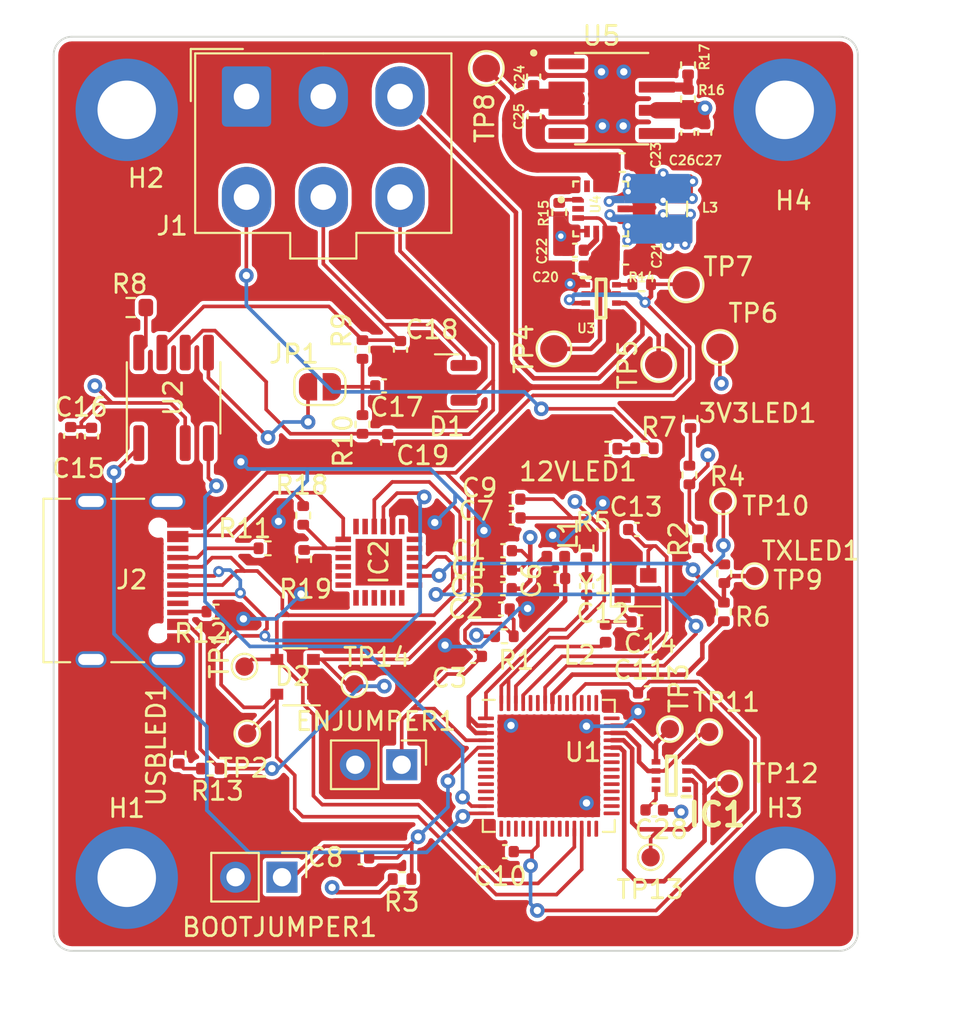
<source format=kicad_pcb>
(kicad_pcb (version 20221018) (generator pcbnew)
  (layers (0 "F.Cu" signal) (1 "In1.Cu" signal) (2 "In2.Cu" signal) (31 "B.Cu" signal) (34 "B.Paste" user) (35 "F.Paste" user) (36 "B.SilkS" user "B.Silkscreen") (37 "F.SilkS" user "F.Silkscreen") (38 "B.Mask" user) (39 "F.Mask" user) (44 "Edge.Cuts" user))
  (net 0 "")
  (net 1 "GND")
  (net 2 "+3V3")
  (net 3 "VBUS")
  (net 4 "RBUS_uC_V")
  (net 5 "Net-(3V3LED1-A)")
  (net 6 "/Power/BBIN")
  (net 7 "/Power/BIAS")
  (net 8 "/Power/BBOUT")
  (net 9 "/Power/LX1")
  (net 10 "/Power/LX2")
  (net 11 "/Power/SEL")
  (net 12 "/Power/FBIn")
  (net 13 "Net-(12VLED1-A)")
  (net 14 "Net-(U1-LNA_IN{slash}RF)")
  (net 15 "Net-(U1-XTAL_N)")
  (net 16 "Net-(JP1-B)")
  (net 17 "Net-(IC1-VDD)")
  (net 19 "/BOOT")
  (net 20 "/CHIP_PU")
  (net 21 "Net-(C6-Pad1)")
  (net 22 "Net-(C12-Pad1)")
  (net 25 "Net-(C14-Pad1)")
  (net 27 "/CAN+")
  (net 28 "/CAN-")
  (net 30 "/Data-")
  (net 31 "/Data+")
  (net 33 "/NAND_CS")
  (net 34 "/CLK")
  (net 35 "/MOSI")
  (net 36 "/MISO")
  (net 48 "Net-(IC2-VBUS)")
  (net 53 "Net-(J2-CC2)")
  (net 55 "+12V")
  (net 56 "Net-(J2-CC1)")
  (net 57 "Net-(U1-XTAL_P)")
  (net 58 "Net-(TXLED1-A)")
  (net 59 "Net-(U1-U0TXD{slash}PROG{slash}GPIO43)")
  (net 60 "/CAN-BUS/Vref")
  (net 61 "Net-(U2-Rs)")
  (net 62 "Net-(USBLED1-A)")
  (net 63 "Net-(U3-ST)")
  (net 66 "/RXD")
  (net 67 "/CAN_TX")
  (net 68 "/CAN_RX")
  (net 106 "/TXD")
  (footprint "Capacitor_SMD:C_0402_1005Metric" (layer "F.Cu") (at 152.57 113.89 180)
    (fp_text reference "C28")
    (fp_text value "10uF")
  )
  (footprint "Capacitor_SMD:C_0402_1005Metric" (layer "F.Cu") (at 148.87 101.64 -90)
    (fp_text reference "C12")
    (fp_text value "4.2pF")
  )
  (footprint "Resistor_SMD:R_0402_1005Metric" (layer "F.Cu") (at 128.58 103.04 180)
    (fp_text reference "R12")
    (fp_text value "5.1k")
  )
  (footprint "TestPoint:TestPoint_Pad_D1.0mm" (layer "F.Cu") (at 130.15 106.05)
    (fp_text reference "TP1")
    (fp_text value "TestPoint")
  )
  (footprint "Resistor_SMD:R_0402_1005Metric" (layer "F.Cu") (at 154.418186 73.150223 90)
    (fp_text reference "R17")
    (fp_text value "10k")
  )
  (footprint "Connector_PinHeader_2.54mm:PinHeader_1x02_P2.54mm_Vertical" (layer "F.Cu") (at 138.75 111.42 -90)
    (fp_text reference "ENJUMPER1")
    (fp_text value "Conn_01x02_Male")
  )
  (footprint "Resistor_SMD:R_0402_1005Metric" (layer "F.Cu") (at 144.37 104.39)
    (fp_text reference "R1")
    (fp_text value "10K")
  )
  (footprint "Capacitor_SMD:C_0402_1005Metric" (layer "F.Cu") (at 121.78 93.47 -90)
    (fp_text reference "C16")
    (fp_text value "10uF")
  )
  (footprint "TestPoint:TestPoint_Pad_D1.5mm" (layer "F.Cu") (at 152.81 89.53 90)
    (fp_text reference "TP5")
    (fp_text value "TestPoint")
  )
  (footprint "TestPoint:TestPoint_Pad_D1.0mm" (layer "F.Cu") (at 155.58 109.63)
    (fp_text reference "TP11")
    (fp_text value "TestPoint")
  )
  (footprint "Package_DFN_QFN:QFN-56-1EP_7x7mm_P0.4mm_EP5.6x5.6mm" (layer "F.Cu") (at 146.7975 111.48)
    (fp_text reference "U1")
    (fp_text value "ESP32-S3")
  )
  (footprint "TestPoint:TestPoint_Pad_D1.0mm" (layer "F.Cu") (at 130.3 109.71)
    (fp_text reference "TP2")
    (fp_text value "TestPoint")
  )
  (footprint "Resistor_SMD:R_0402_1005Metric" (layer "F.Cu") (at 138.77 117.67)
    (fp_text reference "R3")
    (fp_text value "10K")
  )
  (footprint "Resistor_SMD:R_0402_1005Metric" (layer "F.Cu") (at 154.49 95.57 -90)
    (fp_text reference "R4")
    (fp_text value "470")
  )
  (footprint "Capacitor_SMD:C_0402_1005Metric" (layer "F.Cu") (at 137.985 93.815 90)
    (fp_text reference "C19")
    (fp_text value "220pF")
  )
  (footprint "Capacitor_SMD:C_0402_1005Metric" (layer "F.Cu") (at 144.77 97.92 180)
    (fp_text reference "C7")
    (fp_text value "1uF")
  )
  (footprint "Connector_PinHeader_2.54mm:PinHeader_1x02_P2.54mm_Vertical" (layer "F.Cu") (at 132.2 117.57 -90)
    (fp_text reference "BOOTJUMPER1")
    (fp_text value "Conn_01x02_Male")
  )
  (footprint "MountingHole:MountingHole_3.2mm_M3_DIN965_Pad" (layer "F.Cu") (at 159.706 117.598)
    (fp_text reference "H3")
    (fp_text value "MountingHole_Pad")
  )
  (footprint "Resistor_SMD:R_0402_1005Metric" (layer "F.Cu") (at 136.605 88.705 -90)
    (fp_text reference "R9")
    (fp_text value "60")
  )
  (footprint "Resistor_SMD:R_0402_1005Metric" (layer "F.Cu") (at 156.4 100.97 90)
    (fp_text reference "TXLED1")
    (fp_text value "TX_LED")
  )
  (footprint "Inductor_SMD:L_0402_1005Metric" (layer "F.Cu") (at 149.91 104.23 90)
    (fp_text reference "L2")
    (fp_text value "20nH")
  )
  (footprint "TestPoint:TestPoint_Pad_D1.0mm" (layer "F.Cu") (at 158.06 101.1)
    (fp_text reference "TP9")
    (fp_text value "TestPoint")
  )
  (footprint "Capacitor_SMD:C_0402_1005Metric" (layer "F.Cu") (at 146 75.95 -90)
    (fp_text reference "C25")
    (fp_text value "4.7uF")
  )
  (footprint "iclr:SOTFL50P160X60-8N" (layer "F.Cu") (at 149.660186 85.917508)
    (fp_text reference "U3")
    (fp_text value "LM66200DRLR" hide)
  )
  (footprint "Capacitor_SMD:C_0402_1005Metric" (layer "F.Cu") (at 144.3 99.71 180)
    (fp_text reference "C1")
    (fp_text value "10uF")
  )
  (footprint "Resistor_SMD:R_0402_1005Metric" (layer "F.Cu") (at 133.36 97.78 -90)
    (fp_text reference "R18")
    (fp_text value "22.1k")
  )
  (footprint "Resistor_SMD:R_0402_1005Metric" (layer "F.Cu") (at 136.605 92.805 -90)
    (fp_text reference "R10")
    (fp_text value "60")
  )
  (footprint "Resistor_SMD:R_0402_1005Metric" (layer "F.Cu") (at 128.28 111.63 180)
    (fp_text reference "R13")
    (fp_text value "470")
  )
  (footprint "TestPoint:TestPoint_Pad_D1.0mm" (layer "F.Cu") (at 136.16 107.02)
    (fp_text reference "TP14")
    (fp_text value "TestPoint")
  )
  (footprint "TestPoint:TestPoint_Pad_D1.0mm" (layer "F.Cu") (at 156.33 97.01)
    (fp_text reference "TP10")
    (fp_text value "TestPoint")
  )
  (footprint "Capacitor_SMD:C_0402_1005Metric" (layer "F.Cu") (at 155.328186 76.857508 90)
    (fp_text reference "C27")
    (fp_text value "0.1uF")
  )
  (footprint "iclr:QFN50P400X400X80-25N" (layer "F.Cu") (at 137.5 100.34 -90)
    (fp_text reference "IC2")
    (fp_text value "CP2102N-A02-GQFN24")
  )
  (footprint "Resistor_SMD:R_0402_1005Metric" (layer "F.Cu") (at 156.38 103.06 -90)
    (fp_text reference "R6")
    (fp_text value "499")
  )
  (footprint "Capacitor_SMD:C_0402_1005Metric" (layer "F.Cu") (at 147.21 101.23 180)
    (fp_text reference "C6")
    (fp_text value "0.1uF")
  )
  (footprint "Capacitor_SMD:C_0603_1608Metric" (layer "F.Cu") (at 150.818186 78.482508)
    (fp_text reference "C23")
    (fp_text value "22uF")
  )
  (footprint "MountingHole:MountingHole_3.2mm_M3_DIN965_Pad" (layer "F.Cu") (at 123.706 75.598)
    (fp_text reference "H2")
    (fp_text value "MountingHole_Pad")
  )
  (footprint "Crystal:Crystal_SMD_2016-4Pin_2.0x1.6mm" (layer "F.Cu") (at 151.54 101.61)
    (fp_text reference "Y1")
    (fp_text value "40MHz±10ppm")
  )
  (footprint "Resistor_SMD:R_0402_1005Metric" (layer "F.Cu") (at 151.88 85.137508 180)
    (fp_text reference "R14")
    (fp_text value "10k")
  )
  (footprint "Resistor_SMD:R_0603_1608Metric" (layer "F.Cu") (at 123.925 86.41 180)
    (fp_text reference "R8")
    (fp_text value "0")
  )
  (footprint "Package_SO:SOIC-8_3.9x4.9mm_P1.27mm" (layer "F.Cu") (at 126.27 91.35 90)
    (fp_text reference "U2")
    (fp_text value "SN65HVD230")
  )
  (footprint "Capacitor_SMD:C_0402_1005Metric" (layer "F.Cu") (at 148.228186 84.197508 180)
    (fp_text reference "C20")
    (fp_text value "10uF")
  )
  (footprint "Capacitor_SMD:C_0402_1005Metric" (layer "F.Cu") (at 144.76 96.89 180)
    (fp_text reference "C9")
    (fp_text value "10nF")
  )
  (footprint "Capacitor_SMD:C_0402_1005Metric" (layer "F.Cu") (at 152.16 107.49)
    (fp_text reference "C11")
    (fp_text value "0.1uF")
  )
  (footprint "Resistor_SMD:R_0402_1005Metric" (layer "F.Cu") (at 154.96 99.06 -90)
    (fp_text reference "R2")
    (fp_text value "470")
  )
  (footprint "Resistor_SMD:R_0402_1005Metric" (layer "F.Cu") (at 131.43 99.58)
    (fp_text reference "R11")
    (fp_text value "5.1k")
  )
  (footprint "Resistor_SMD:R_0402_1005Metric" (layer "F.Cu") (at 154.418186 75.010223 90)
    (fp_text reference "R16")
    (fp_text value "56k")
  )
  (footprint "Capacitor_SMD:C_0402_1005Metric" (layer "F.Cu") (at 144.4 116.17 180)
    (fp_text reference "C10")
    (fp_text value "0.1uF")
  )
  (footprint "Capacitor_SMD:C_0402_1005Metric" (layer "F.Cu") (at 136.49 116.51 180)
    (fp_text reference "C8")
    (fp_text value "0.1uF")
  )
  (footprint "MountingHole:MountingHole_3.2mm_M3_DIN965_Pad" (layer "F.Cu") (at 123.706 117.598)
    (fp_text reference "H1")
    (fp_text value "MountingHole_Pad")
  )
  (footprint "Resistor_SMD:R_0402_1005Metric" (layer "F.Cu") (at 147.368186 81.197508 -90)
    (fp_text reference "R15")
    (fp_text value "14k")
  )
  (footprint "TestPoint:TestPoint_Pad_D1.5mm" (layer "F.Cu") (at 156.16 88.59)
    (fp_text reference "TP6")
    (fp_text value "TestPoint")
  )
  (footprint "Connector_USB:USB_C_Receptacle_Palconn_UTC16-G" (layer "F.Cu") (at 123.99 101.34 -90)
    (fp_text reference "J2")
    (fp_text value "USB_C_Receptacle_USB2.0")
  )
  (footprint "Capacitor_SMD:C_0402_1005Metric" (layer "F.Cu") (at 144.3 100.76 180)
    (fp_text reference "C4")
    (fp_text value "1uF")
  )
  (footprint "Capacitor_SMD:C_0402_1005Metric" (layer "F.Cu") (at 145.97 73.77 90)
    (fp_text reference "C24")
    (fp_text value "10uF")
  )
  (footprint "Capacitor_SMD:C_0402_1005Metric" (layer "F.Cu") (at 142.66 105.49 180)
    (fp_text reference "C3")
    (fp_text value "0.1uF")
  )
  (footprint "iclr:SOTFL50P160X60-8N" (layer "F.Cu") (at 153.502 112.01 180)
    (fp_text reference "IC1")
    (fp_text value "XTSD08GLGEAG" hide)
  )
  (footprint "Capacitor_SMD:C_0402_1005Metric" (layer "F.Cu") (at 137.785 90.695)
    (fp_text reference "C17")
    (fp_text value "0.1uF")
  )
  (footprint "TestPoint:TestPoint_Pad_D1.5mm" (layer "F.Cu") (at 143.38 73.33 -90)
    (fp_text reference "TP8")
    (fp_text value "TestPoint")
  )
  (footprint "TestPoint:TestPoint_Pad_D1.5mm" (layer "F.Cu") (at 147.08 88.67 90)
    (fp_text reference "TP4")
    (fp_text value "TestPoint")
  )
  (footprint "iclr:SOIC127P599X175-9N" (layer "F.Cu") (at 150.237 74.988)
    (fp_text reference "U5")
    (fp_text value "SC4215")
  )
  (footprint "MountingHole:MountingHole_3.2mm_M3_DIN965_Pad" (layer "F.Cu") (at 159.706 75.598)
    (fp_text reference "H4")
    (fp_text value "MountingHole_Pad")
  )
  (footprint "Package_TO_SOT_SMD:SOT-143" (layer "F.Cu") (at 132.92 106.61 180)
    (fp_text reference "D2")
    (fp_text value "SP0503BAHT")
  )
  (footprint "TestPoint:TestPoint_Pad_D1.0mm" (layer "F.Cu") (at 156.67 112.45)
    (fp_text reference "TP12")
    (fp_text value "TestPoint")
  )
  (footprint "Capacitor_SMD:C_0402_1005Metric" (layer "F.Cu") (at 154.408186 76.857508 90)
    (fp_text reference "C26")
    (fp_text value "10uF")
  )
  (footprint "Package_TO_SOT_SMD:SOT-23" (layer "F.Cu") (at 141.22 90.53 180)
    (fp_text reference "D1")
    (fp_text value "SM712_SOT23")
  )
  (footprint "Inductor_SMD:L_0402_1005Metric" (layer "F.Cu") (at 147.18 100.04)
    (fp_text reference "L1")
    (fp_text value "2.0nH")
  )
  (footprint "Connector_Molex:Molex_Mini-Fit_Jr_5566-06A_2x03_P4.20mm_Vertical" (layer "F.Cu") (at 130.26 74.87)
    (fp_text reference "J1")
    (fp_text value "RBUS")
  )
  (footprint "Capacitor_SMD:C_0402_1005Metric" (layer "F.Cu") (at 151.62 98.55)
    (fp_text reference "C13")
    (fp_text value "C")
  )
  (footprint "Capacitor_SMD:C_0402_1005Metric" (layer "F.Cu") (at 120.64 93.43 -90)
    (fp_text reference "C15")
    (fp_text value "100nF")
  )
  (footprint "TestPoint:TestPoint_Pad_D1.5mm" (layer "F.Cu") (at 154.31 85.17 90)
    (fp_text reference "TP7")
    (fp_text value "TestPoint")
  )
  (footprint "Capacitor_SMD:C_0402_1005Metric" (layer "F.Cu") (at 144.29 101.79 180)
    (fp_text reference "C5")
    (fp_text value "0.1uF")
  )
  (footprint "iclr:CONV_MAX77827AEFD+T" (layer "F.Cu") (at 149.638186 81.014582)
    (fp_text reference "U4")
    (fp_text value "MAX77827AEFD+T")
  )
  (footprint "TestPoint:TestPoint_Pad_D1.0mm" (layer "F.Cu") (at 153.42 109.47)
    (fp_text reference "TP3")
    (fp_text value "TestPoint")
  )
  (footprint "Resistor_SMD:R_0402_1005Metric" (layer "F.Cu") (at 152.03 94.11 180)
    (fp_text reference "R7")
    (fp_text value "3k")
  )
  (footprint "Capacitor_SMD:C_0402_1005Metric" (layer "F.Cu") (at 151.81 103.6)
    (fp_text reference "C14")
    (fp_text value "C")
  )
  (footprint "Resistor_SMD:R_0402_1005Metric" (layer "F.Cu") (at 154.55 92.49 -90)
    (fp_text reference "3V3LED1")
    (fp_text value "3V3LED")
  )
  (footprint "Resistor_SMD:R_0402_1005Metric" (layer "F.Cu") (at 150.04 94.13)
    (fp_text reference "12VLED1")
    (fp_text value "12V_LED")
  )
  (footprint "Jumper:SolderJumper-2_P1.3mm_Open_RoundedPad1.0x1.5mm" (layer "F.Cu") (at 134.275 90.745)
    (fp_text reference "JP1")
    (fp_text value "TermJP")
  )
  (footprint "Capacitor_SMD:C_0603_1608Metric" (layer "F.Cu") (at 151.006042 83.553131)
    (fp_text reference "C21")
    (fp_text value "10uF")
  )
  (footprint "Capacitor_SMD:C_0402_1005Metric" (layer "F.Cu") (at 148.228186 83.277508 180)
    (fp_text reference "C22")
    (fp_text value "1uF")
  )
  (footprint "TestPoint:TestPoint_Pad_D1.0mm" (layer "F.Cu") (at 152.37 116.48)
    (fp_text reference "TP13")
    (fp_text value "TestPoint")
  )
  (footprint "Resistor_SMD:R_0402_1005Metric" (layer "F.Cu") (at 133.41 100.18 -90)
    (fp_text reference "R19")
    (fp_text value "47.5k")
  )
  (footprint "Resistor_SMD:R_0402_1005Metric" (layer "F.Cu") (at 126.55 110.84 -90)
    (fp_text reference "USBLED1")
    (fp_text value "USB_LED")
  )
  (footprint "Inductor_SMD:L_0805_2012Metric" (layer "F.Cu") (at 153.81 81.02 90)
    (fp_text reference "L3")
    (fp_text value "1uH")
  )
  (footprint "Capacitor_SMD:C_0402_1005Metric" (layer "F.Cu") (at 138.685 88.725 90)
    (fp_text reference "C18")
    (fp_text value "220pF")
  )
  (footprint "Resistor_SMD:R_0402_1005Metric" (layer "F.Cu") (at 148.86 99.57 -90)
    (fp_text reference "R5")
    (fp_text value "47.5")
  )
  (footprint "Capacitor_SMD:C_0402_1005Metric" (layer "F.Cu") (at 144.18 102.9 180)
    (fp_text reference "C2")
    (fp_text value "1uF")
  )
  (gr_arc (start 163.706 120.598) (mid 163.413107 121.305106) (end 162.706 121.598) (stroke (width 0.1)) (layer "Edge.Cuts"))
  (gr_line (start 162.706 71.598) (end 120.706 71.598) (stroke (width 0.1)) (layer "Edge.Cuts"))
  (gr_line (start 120.706 121.598) (end 162.706 121.598) (stroke (width 0.1)) (layer "Edge.Cuts"))
  (gr_line (start 119.706 72.598) (end 119.706 120.598) (stroke (width 0.1)) (layer "Edge.Cuts"))
  (gr_arc (start 120.706 121.598) (mid 119.998894 121.305107) (end 119.706 120.598) (stroke (width 0.1)) (layer "Edge.Cuts"))
  (gr_arc (start 162.706 71.598) (mid 163.413106 71.890893) (end 163.706 72.598) (stroke (width 0.1)) (layer "Edge.Cuts"))
  (gr_arc (start 119.706 72.598) (mid 119.998893 71.890894) (end 120.706 71.598) (stroke (width 0.1)) (layer "Edge.Cuts"))
  (gr_line (start 163.706 120.598) (end 163.706 72.598) (stroke (width 0.1)) (layer "Edge.Cuts"))
  (segment (start 148.82 109.27) (end 148.86 109.31) (width 0.2) (layer "F.Cu") (net 1))
  (segment (start 147.96 85.11) (end 148.017508 85.167508) (width 0.25) (layer "F.Cu") (net 1))
  (segment (start 150.737576 81.016803) (end 151.869351 81.016803) (width 0.36) (layer "F.Cu") (net 1))
  (segment (start 150.936 101.06) (end 150.84 101.06) (width 0.2) (layer "F.Cu") (net 1))
  (segment (start 139.97 97.58) (end 140.56 98.17) (width 0.2) (layer "F.Cu") (net 1))
  (segment (start 146.072 73.378) (end 146.028 73.378) (width 0.2) (layer "F.Cu") (net 1))
  (segment (start 152.036 102.16) (end 150.936 101.06) (width 0.2) (layer "F.Cu") (net 1))
  (segment (start 148.838186 82.214582) (end 147.748112 82.214582) (width 0.2) (layer "F.Cu") (net 1))
  (segment (start 152.127 83.207173) (end 152.127 78.554322) (width 1) (layer "F.Cu") (net 1))
  (segment (start 152.64 108.15) (end 152.64 107.49) (width 0.2) (layer "F.Cu") (net 1))
  (segment (start 138.25 98.39) (end 138.25 97.74) (width 0.2) (layer "F.Cu") (net 1))
  (segment (start 143.02 98.84) (end 143.25 98.61) (width 0.2) (layer "F.Cu") (net 1))
  (segment (start 148.86 109.31) (end 148.86 113.51) (width 0.2) (layer "F.Cu") (net 1))
  (segment (start 138.25 97.74) (end 138.41 97.58) (width 0.2) (layer "F.Cu") (net 1))
  (segment (start 144.73 109.27) (end 148.82 109.27) (width 0.2) (layer "F.Cu") (net 1))
  (segment (start 147.748112 82.214582) (end 147.457186 82.505508) (width 0.2) (layer "F.Cu") (net 1))
  (segment (start 147.368186 81.707508) (end 147.368186 82.416508) (width 0.2) (layer "F.Cu") (net 1))
  (segment (start 148.017508 85.167508) (end 148.822186 85.167508) (width 0.25) (layer "F.Cu") (net 1))
  (segment (start 152.127 78.554322) (end 152.042186 78.469508) (width 1) (layer "F.Cu") (net 1))
  (segment (start 138.41 97.58) (end 139.97 97.58) (width 0.2) (layer "F.Cu") (net 1))
  (segment (start 126.5 105.08) (end 125.92 105.66) (width 0.2) (layer "F.Cu") (net 1))
  (segment (start 151.68 108.51) (end 152.28 108.51) (width 0.2) (layer "F.Cu") (net 1))
  (segment (start 151.869961 81.014582) (end 151.878186 81.022807) (width 0.25) (layer "F.Cu") (net 1))
  (segment (start 151.781042 83.553131) (end 152.127 83.207173) (width 1) (layer "F.Cu") (net 1))
  (segment (start 129.69 103.04) (end 130.09 103.44) (width 0.2) (layer "F.Cu") (net 1))
  (segment (start 152.28 108.51) (end 152.64 108.15) (width 0.2) (layer "F.Cu") (net 1))
  (segment (start 129.09 103.04) (end 129.69 103.04) (width 0.2) (layer "F.Cu") (net 1))
  (segment (start 126.5 104.54) (end 126.5 105.08) (width 0.2) (layer "F.Cu") (net 1))
  (segment (start 152.24 102.16) (end 152.036 102.16) (width 0.2) (layer "F.Cu") (net 1))
  (segment (start 147.748186 83.277508) (end 147.748186 82.796508) (width 0.2) (layer "F.Cu") (net 1))
  (via (at 147.457186 82.505508) (size 0.6) (drill 0.3) (layers "F.Cu" "B.Cu") (net 1))
  (via (at 129.95 94.85) (size 0.8) (drill 0.4) (layers "F.Cu" "B.Cu") (net 1))
  (via (at 150.902 73.518) (size 0.8) (drill 0.4) (layers "F.Cu" "B.Cu") (net 1))
  (via (at 147.01 98.87) (size 0.8) (drill 0.4) (layers "F.Cu" "B.Cu") (net 1))
  (via (at 151.68 108.51) (size 0.8) (drill 0.4) (layers "F.Cu" "B.Cu") (net 1))
  (via (at 145.64 102.87) (size 0.8) (drill 0.4) (layers "F.Cu" "B.Cu") (net 1))
  (via (at 148.86 113.51) (size 0.8) (drill 0.4) (layers "F.Cu" "B.Cu") (net 1))
  (via (at 133.24 102.08) (size 0.8) (drill 0.4) (layers "F.Cu" "B.Cu") (net 1))
  (via (at 149.682 73.518) (size 0.8) (drill 0.4) (layers "F.Cu" "B.Cu") (net 1))
  (via (at 132.01 98.11) (size 0.8) (drill 0.4) (layers "F.Cu" "B.Cu") (net 1))
  (via (at 130.09 103.44) (size 0.8) (drill 0.4) (layers "F.Cu" "B.Cu") (net 1))
  (via (at 150.872 76.478) (size 0.8) (drill 0.4) (layers "F.Cu" "B.Cu") (net 1))
  (via (at 148.86 109.31) (size 0.8) (drill 0.4) (layers "F.Cu" "B.Cu") (net 1))
  (via (at 140.56 98.17) (size 0.8) (drill 0.4) (layers "F.Cu" "B.Cu") (net 1))
  (via (at 147.96 85.11) (size 0.6) (drill 0.3) (layers "F.Cu" "B.Cu") (net 1))
  (via (at 143.25 98.61) (size 0.8) (drill 0.4) (layers "F.Cu" "B.Cu") (net 1))
  (via (at 149.75 97.1) (size 0.8) (drill 0.4) (layers "F.Cu" "B.Cu") (net 1))
  (via (at 144.73 109.27) (size 0.8) (drill 0.4) (layers "F.Cu" "B.Cu") (net 1))
  (via (at 141.12 104.88) (size 0.8) (drill 0.4) (layers "F.Cu" "B.Cu") (net 1))
  (via (at 149.732 76.478) (size 0.8) (drill 0.4) (layers "F.Cu" "B.Cu") (net 1))
  (arc (start 147.748186 82.796508) (mid 147.662954 82.59074) (end 147.457186 82.505508) (width 0.2) (layer "F.Cu") (net 1))
  (arc (start 147.368186 82.416508) (mid 147.394253 82.479441) (end 147.457186 82.505508) (width 0.2) (layer "F.Cu") (net 1))
  (segment (start 133.58 95.88) (end 133.58 95.242) (width 0.2) (layer "B.Cu") (net 1))
  (segment (start 151.68 108.51) (end 150.88 109.31) (width 0.2) (layer "B.Cu") (net 1))
  (segment (start 145.64 102.87) (end 145.186712 102.87) (width 0.2) (layer "B.Cu") (net 1))
  (segment (start 129.95 94.85) (end 130.342 95.242) (width 0.2) (layer "B.Cu") (net 1))
  (segment (start 130.09 103.44) (end 131.88 103.44) (width 0.2) (layer "B.Cu") (net 1))
  (segment (start 149.75 97.1) (end 147.55 99.3) (width 0.2) (layer "B.Cu") (net 1))
  (segment (start 140.322 95.242) (end 141.67 96.59) (width 0.2) (layer "B.Cu") (net 1))
  (segment (start 141.67 97.06) (end 141.67 96.59) (width 0.2) (layer "B.Cu") (net 1))
  (segment (start 131.88 103.44) (end 133.24 102.08) (width 0.2) (layer "B.Cu") (net 1))
  (segment (start 133.58 95.242) (end 140.322 95.242) (width 0.2) (layer "B.Cu") (net 1))
  (segment (start 150.88 109.31) (end 148.86 109.31) (width 0.2) (layer "B.Cu") (net 1))
  (segment (start 140.56 98.17) (end 141.67 97.06) (width 0.2) (layer "B.Cu") (net 1))
  (segment (start 147.44 99.3) (end 147.01 98.87) (width 0.2) (layer "B.Cu") (net 1))
  (segment (start 132.01 97.45) (end 133.58 95.88) (width 0.2) (layer "B.Cu") (net 1))
  (segment (start 132.01 98.11) (end 132.01 97.45) (width 0.2) (layer "B.Cu") (net 1))
  (segment (start 130.342 95.242) (end 133.58 95.242) (width 0.2) (layer "B.Cu") (net 1))
  (segment (start 145.186712 102.87) (end 143.099712 104.957) (width 0.2) (layer "B.Cu") (net 1))
  (segment (start 143.25 98.61) (end 143.25 98.17) (width 0.2) (layer "B.Cu") (net 1))
  (segment (start 143.099712 104.957) (end 141.197 104.957) (width 0.2) (layer "B.Cu") (net 1))
  (segment (start 143.25 98.17) (end 141.67 96.59) (width 0.2) (layer "B.Cu") (net 1))
  (segment (start 141.197 104.957) (end 141.12 104.88) (width 0.2) (layer "B.Cu") (net 1))
  (segment (start 147.55 99.3) (end 147.44 99.3) (width 0.2) (layer "B.Cu") (net 1))
  (segment (start 146.17 119.39) (end 152.67 119.39) (width 0.2) (layer "F.Cu") (net 2))
  (segment (start 148.1975 107.613263) (end 148.810763 107) (width 0.2) (layer "F.Cu") (net 2))
  (segment (start 145.88 116.86) (end 145.8 116.94) (width 0.2) (layer "F.Cu") (net 2))
  (segment (start 126.905 92.435) (end 126.1 91.63) (width 0.2) (layer "F.Cu") (net 2))
  (segment (start 144.78 100.76) (end 145.214 100.76) (width 0.2) (layer "F.Cu") (net 2))
  (segment (start 145.784 98.984) (end 145.784 100.19) (width 0.25) (layer "F.Cu") (net 2))
  (segment (start 122.9 91.63) (end 123.32 91.63) (width 0.2) (layer "F.Cu") (net 2))
  (segment (start 147.81 104.47) (end 146.84 104.47) (width 0.2) (layer "F.Cu") (net 2))
  (segment (start 148.1975 108.0425) (end 148.1975 107.613263) (width 0.2) (layer "F.Cu") (net 2))
  (segment (start 155.5 95.07) (end 154.49 96.08) (width 0.2) (layer "F.Cu") (net 2))
  (segment (start 148.07 97.92) (end 149.13 97.92) (width 0.2) (layer "F.Cu") (net 2))
  (segment (start 121.22 92.95) (end 121.74 92.95) (width 0.2) (layer "F.Cu") (net 2))
  (segment (start 144.1975 107.1125) (end 144.1975 108.0425) (width 0.2) (layer "F.Cu") (net 2))
  (segment (start 144.88 116.17) (end 145.88 116.17) (width 0.2) (layer "F.Cu") (net 2))
  (segment (start 122.28 91.63) (end 121.22 92.69) (width 0.2) (layer "F.Cu") (net 2))
  (segment (start 145.784 100.19) (end 145.784 100.8) (width 0.25) (layer "F.Cu") (net 2))
  (segment (start 145.25 97.92) (end 148.07 97.92) (width 0.2) (layer "F.Cu") (net 2))
  (segment (start 151.19 107) (end 151.68 107.49) (width 0.2) (layer "F.Cu") (net 2))
  (segment (start 145.88 116.17) (end 146.1975 115.8525) (width 0.2) (layer "F.Cu") (net 2))
  (segment (start 148.23 97.02) (end 149.42 98.21) (width 0.2) (layer "F.Cu") (net 2))
  (segment (start 145.214 100.76) (end 145.784 100.19) (width 0.2) (layer "F.Cu") (net 2))
  (segment (start 156.16 90.48) (end 156.24 90.56) (width 0.2) (layer "F.Cu") (net 2))
  (segment (start 123.32 91.63) (end 122.28 91.63) (width 0.2) (layer "F.Cu") (net 2))
  (segment (start 149.42 98.21) (end 149.83 98.62) (width 0.2) (layer "F.Cu") (net 2))
  (segment (start 144.78 99.71) (end 145.304 99.71) (width 0.2) (layer "F.Cu") (net 2))
  (segment (start 152.67 119.39) (end 158.08 113.98) (width 0.2) (layer "F.Cu") (net 2))
  (segment (start 154.49 96.08) (end 154.49 98.08) (width 0.2) (layer "F.Cu") (net 2))
  (segment (start 149.83 98.62) (end 149.83 102.45) (width 0.2) (layer "F.Cu") (net 2))
  (segment (start 146.695 100.04) (end 146.544 100.04) (width 0.2) (layer "F.Cu") (net 2))
  (segment (start 155.5 94.47) (end 155.5 95.07) (width 0.2) (layer "F.Cu") (net 2))
  (segment (start 126.1 91.63) (end 123.32 91.63) (width 0.2) (layer "F.Cu") (net 2))
  (segment (start 149.13 97.92) (end 149.42 98.21) (width 0.2) (layer "F.Cu") (net 2))
  (segment (start 134.94 118.13) (end 135.2 118.39) (width 0.25) (layer "F.Cu") (net 2))
  (segment (start 145.304 99.71) (end 145.784 100.19) (width 0.2) (layer "F.Cu") (net 2))
  (segment (start 135.2 118.39) (end 137.54 118.39) (width 0.25) (layer "F.Cu") (net 2))
  (segment (start 145.78 98.98) (end 145.784 98.984) (width 0.25) (layer "F.Cu") (net 2))
  (segment (start 149.83 102.45) (end 147.81 104.47) (width 0.2) (layer "F.Cu") (net 2))
  (segment (start 158.08 113.98) (end 158.08 109.97) (width 0.2) (layer "F.Cu") (net 2))
  (segment (start 153.93 113.89) (end 154.04 114) (width 0.2) (layer "F.Cu") (net 2))
  (segment (start 145.784 101.346) (end 145.34 101.79) (width 0.25) (layer "F.Cu") (net 2))
  (segment (start 146.1975 115.8525) (end 146.1975 114.9175) (width 0.2) (layer "F.Cu") (net 2))
  (segment (start 121.96 90.69) (end 122.9 91.63) (width 0.2) (layer "F.Cu") (net 2))
  (segment (start 146.544 100.04) (end 145.784 100.8) (width 0.2) (layer "F.Cu") (net 2))
  (segment (start 120.64 92.95) (end 121.22 92.95) (width 0.2) (layer "F.Cu") (net 2))
  (segment (start 154.49 98.08) (end 154.96 98.55) (width 0.2) (layer "F.Cu") (net 2))
  (segment (start 121.22 92.69) (end 121.22 92.95) (width 0.2) (layer "F.Cu") (net 2))
  (segment (start 146.84 104.47) (end 144.1975 107.1125) (width 0.2) (layer "F.Cu") (net 2))
  (segment (start 145.24 96.89) (end 147.04 96.89) (width 0.2) (layer "F.Cu") (net 2))
  (segment (start 145.88 116.17) (end 145.88 116.86) (width 0.2) (layer "F.Cu") (net 2))
  (segment (start 142.84 104.33) (end 142.9 104.39) (width 0.2) (layer "F.Cu") (net 2))
  (segment (start 158.08 109.97) (end 154.98 106.87) (width 0.2) (layer "F.Cu") (net 2))
  (segment (start 145.34 101.79) (end 144.77 101.79) (width 0.25) (layer "F.Cu") (net 2))
  (segment (start 154.98 106.87) (end 152.3 106.87) (width 0.2) (layer "F.Cu") (net 2))
  (segment (start 145.784 100.8) (end 145.784 101.346) (width 0.25) (layer "F.Cu") (net 2))
  (segment (start 142.9 104.39) (end 143.86 104.39) (width 0.2) (layer "F.Cu") (net 2))
  (segment (start 152.707 75.623) (end 154.315409 75.623) (width 0.9) (layer "F.Cu") (net 2))
  (segment (start 156.16 88.59) (end 156.16 90.48) (width 0.2) (layer "F.Cu") (net 2))
  (segment (start 153.05 113.89) (end 153.93 113.89) (width 0.2) (layer "F.Cu") (net 2))
  (segment (start 148.810763 107) (end 151.19 107) (width 0.2) (layer "F.Cu") (net 2))
  (segment (start 137.54 118.39) (end 138.26 117.67) (width 0.25) (layer "F.Cu") (net 2))
  (segment (start 144.5975 106.7125) (end 144.5975 108.0425) (width 0.2) (layer "F.Cu") (net 2))
  (segment (start 152.3 106.87) (end 151.68 107.49) (width 0.2) (layer "F.Cu") (net 2))
  (segment (start 121.74 92.95) (end 121.78 92.99) (width 0.2) (layer "F.Cu") (net 2))
  (segment (start 126.905 93.825) (end 126.905 92.435) (width 0.2) (layer "F.Cu") (net 2))
  (segment (start 147.04 96.89) (end 148.07 97.92) (width 0.2) (layer "F.Cu") (net 2))
  (via (at 156.24 90.56) (size 0.8) (drill 0.4) (layers "F.Cu" "B.Cu") (net 2))
  (via (at 155.5 94.47) (size 0.8) (drill 0.4) (layers "F.Cu" "B.Cu") (net 2))
  (via (at 142.84 104.33) (size 0.8) (drill 0.4) (layers "F.Cu" "B.Cu") (net 2))
  (via (at 145.8 116.94) (size 0.8) (drill 0.4) (layers "F.Cu" "B.Cu") (net 2))
  (via (at 148.23 97.02) (size 0.8) (drill 0.4) (layers "F.Cu" "B.Cu") (net 2))
  (via (at 146.17 119.39) (size 0.8) (drill 0.4) (layers "F.Cu" "B.Cu") (net 2))
  (via (at 154.04 114) (size 0.8) (drill 0.4) (layers "F.Cu" "B.Cu") (net 2))
  (via (at 134.94 118.13) (size 0.8) (drill 0.4) (layers "F.Cu" "B.Cu") (net 2))
  (via (at 155.343186 75.492508) (size 0.8) (drill 0.4) (layers "F.Cu" "B.Cu") (net 2))
  (via (at 145.78 98.98) (size 0.8) (drill 0.4) (layers "F.Cu" "B.Cu") (net 2))
  (via (at 121.96 90.69) (size 0.8) (drill 0.4) (layers "F.Cu" "B.Cu") (net 2))
  (segment (start 146.17 119.39) (end 145.8 119.02) (width 0.2) (layer "B.Cu") (net 2))
  (segment (start 145.8 119.02) (end 145.8 116.94) (width 0.2) (layer "B.Cu") (net 2))
  (segment (start 152.065 86.125) (end 152.39 85.8) (width 0.25) (layer "F.Cu") (net 3))
  (segment (start 152.39 85.8) (end 152.39 85.137508) (width 0.25) (layer "F.Cu") (net 3))
  (segment (start 127.83 98.87) (end 129.33 98.87) (width 0.2) (layer "F.Cu") (net 3))
  (segment (start 142.41 102.37) (end 139.13 105.65) (width 0.2) (layer "F.Cu") (net 3))
  (segment (start 135.73 107.02) (end 136.16 107.02) (width 0.2) (layer "F.Cu") (net 3))
  (segment (start 132.85 96.54) (end 134.15 96.54) (width 0.2) (layer "F.Cu") (net 3))
  (segment (start 142.41 96.69) (end 142.41 102.37) (width 0.2) (layer "F.Cu") (net 3))
  (segment (start 148.107508 86.167508) (end 148.822186 86.167508) (width 0.25) (layer "F.Cu") (net 3))
  (segment (start 131.65 111.63) (end 128.79 111.63) (width 0.2) (layer "F.Cu") (net 3))
  (segment (start 129.43 98.87) (end 129.33 98.87) (width 0.2) (layer "F.Cu") (net 3))
  (segment (start 134.36 105.65) (end 135.73 107.02) (width 0.2) (layer "F.Cu") (net 3))
  (segment (start 127.83 98.87) (end 127.96 98.87) (width 0.2) (layer "F.Cu") (net 3))
  (segment (start 137.8 107.12) (end 136.26 107.12) (width 0.2) (layer "F.Cu") (net 3))
  (segment (start 132.85 96.54) (end 133.36 97.05) (width 0.2) (layer "F.Cu") (net 3))
  (segment (start 131.76 96.54) (end 132.85 96.54) (width 0.2) (layer "F.Cu") (net 3))
  (segment (start 133.92 105.66) (end 133.93 105.65) (width 0.2) (layer "F.Cu") (net 3))
  (segment (start 147.925 85.985) (end 148.107508 86.167508) (width 0.25) (layer "F.Cu") (net 3))
  (segment (start 154.09 85.17) (end 154.057508 85.137508) (width 0.2) (layer "F.Cu") (net 3))
  (segment (start 153.6 91.22) (end 154.505 90.315) (width 0.2) (layer "F.Cu") (net 3))
  (segment (start 141.17 95.45) (end 142.41 96.69) (width 0.2) (layer "F.Cu") (net 3))
  (segment (start 139.13 105.65) (end 134.36 105.65) (width 0.2) (layer "F.Cu") (net 3))
  (segment (start 135.55 97.94) (end 135.55 99.09) (width 0.2) (layer "F.Cu") (net 3))
  (segment (start 127.05 103.74) (end 127.725 104.415) (width 0.2) (layer "F.Cu") (net 3))
  (segment (start 154.31 85.17) (end 154.09 85.17) (width 0.2) (layer "F.Cu") (net 3))
  (segment (start 131.38 95.45) (end 141.17 95.45) (width 0.2) (layer "F.Cu") (net 3))
  (segment (start 126.5 98.94) (end 126.57 98.87) (width 0.2) (layer "F.Cu") (net 3))
  (segment (start 131.76 96.54) (end 129.43 98.87) (width 0.2) (layer "F.Cu") (net 3))
  (segment (start 127.725 104.415) (end 127.725 110.565) (width 0.2) (layer "F.Cu") (net 3))
  (segment (start 154.057508 85.137508) (end 152.39 85.137508) (width 0.2) (layer "F.Cu") (net 3))
  (segment (start 141.17 95.45) (end 141.71 95.45) (width 0.2) (layer "F.Cu") (net 3))
  (segment (start 133.34 97.25) (end 133.36 97.27) (width 0.25) (layer "F.Cu") (net 3))
  (segment (start 141.71 95.45) (end 145.94 91.22) (width 0.2) (layer "F.Cu") (net 3))
  (segment (start 134.15 96.54) (end 135.55 97.94) (width 0.2) (layer "F.Cu") (net 3))
  (segment (start 133.36 97.05) (end 133.36 97.27) (width 0.2) (layer "F.Cu") (net 3))
  (segment (start 126.57 98.87) (end 127.83 98.87) (width 0.2) (layer "F.Cu") (net 3))
  (segment (start 154.505 88.565) (end 152.065 86.125) (width 0.2) (layer "F.Cu") (net 3))
  (segment (start 136.26 107.12) (end 136.16 107.02) (width 0.2) (layer "F.Cu") (net 3))
  (segment (start 133.93 105.65) (end 134.36 105.65) (width 0.2) (layer "F.Cu") (net 3))
  (segment (start 126.5 103.74) (end 127.05 103.74) (width 0.2) (layer "F.Cu") (net 3))
  (segment (start 127.725 110.565) (end 128.79 111.63) (width 0.2) (layer "F.Cu") (net 3))
  (segment (start 127.96 98.87) (end 131.38 95.45) (width 0.2) (layer "F.Cu") (net 3))
  (segment (start 145.94 91.22) (end 153.6 91.22) (width 0.2) (layer "F.Cu") (net 3))
  (segment (start 154.505 90.315) (end 154.505 88.565) (width 0.2) (layer "F.Cu") (net 3))
  (via (at 147.925 85.985) (size 0.6) (drill 0.3) (layers "F.Cu" "B.Cu") (net 3))
  (via (at 137.8 107.12) (size 0.8) (drill 0.4) (layers "F.Cu" "B.Cu") (net 3))
  (via (at 152.065 86.125) (size 0.6) (drill 0.3) (layers "F.Cu" "B.Cu") (net 3))
  (via (at 131.65 111.63) (size 0.8) (drill 0.4) (layers "F.Cu" "B.Cu") (net 3))
  (segment (start 152.065 86.125) (end 151.647508 85.707508) (width 0.25) (layer "B.Cu") (net 3))
  (segment (start 131.65 111.63) (end 131.997552 111.63) (width 0.2) (layer "B.Cu") (net 3))
  (segment (start 151.647508 85.707508) (end 148.202492 85.707508) (width 0.25) (layer "B.Cu") (net 3))
  (segment (start 131.997552 111.63) (end 136.507552 107.12) (width 0.2) (layer "B.Cu") (net 3))
  (segment (start 148.202492 85.707508) (end 147.925 85.985) (width 0.25) (layer "B.Cu") (net 3))
  (segment (start 136.507552 107.12) (end 137.8 107.12) (width 0.2) (layer "B.Cu") (net 3))
  (segment (start 145 89.3) (end 145.98 90.28) (width 0.25) (layer "F.Cu") (net 4))
  (segment (start 149.53 90.28) (end 151.92 87.89) (width 0.25) (layer "F.Cu") (net 4))
  (segment (start 151.92 87.07) (end 151.017508 86.167508) (width 0.25) (layer "F.Cu") (net 4))
  (segment (start 145.98 90.28) (end 149.53 90.28) (width 0.25) (layer "F.Cu") (net 4))
  (segment (start 152.81 87.96) (end 151.92 87.07) (width 0.25) (layer "F.Cu") (net 4))
  (segment (start 151.017508 86.167508) (end 150.498186 86.167508) (width 0.25) (layer "F.Cu") (net 4))
  (segment (start 145 81.21) (end 145 89.3) (width 0.25) (layer "F.Cu") (net 4))
  (segment (start 138.66 74.87) (end 145 81.21) (width 0.25) (layer "F.Cu") (net 4))
  (segment (start 151.92 87.89) (end 151.92 87.07) (width 0.25) (layer "F.Cu") (net 4))
  (segment (start 152.81 89.53) (end 152.81 87.96) (width 0.25) (layer "F.Cu") (net 4))
  (segment (start 154.55 95) (end 154.55 93) (width 0.2) (layer "F.Cu") (net 5))
  (segment (start 154.49 95.06) (end 154.55 95) (width 0.2) (layer "F.Cu") (net 5))
  (segment (start 148.338186 81.514582) (end 149.405559 81.514582) (width 0.2) (layer "F.Cu") (net 6))
  (segment (start 149.1 88.67) (end 147.08 88.67) (width 0.25) (layer "F.Cu") (net 6))
  (segment (start 149.6 85.667508) (end 150.498186 85.667508) (width 0.25) (layer "F.Cu") (net 6))
  (segment (start 149.678186 81.627508) (end 149.726054 81.675376) (width 0.2) (layer "F.Cu") (net 6))
  (segment (start 148.822186 85.667508) (end 149.6 85.667508) (width 0.25) (layer "F.Cu") (net 6))
  (segment (start 149.6 85.667508) (end 149.6 88.17) (width 0.25) (layer "F.Cu") (net 6))
  (segment (start 149.6 88.17) (end 149.1 88.67) (width 0.25) (layer "F.Cu") (net 6))
  (segment (start 148.822186 85.667508) (end 149.309686 85.667508) (width 0.25) (layer "F.Cu") (net 6))
  (arc (start 149.726054 81.675376) (mid 149.883055 81.910345) (end 149.938186 82.187508) (width 0.2) (layer "F.Cu") (net 6))
  (arc (start 149.405559 81.514582) (mid 149.553104 81.543931) (end 149.678186 81.627508) (width 0.2) (layer "F.Cu") (net 6))
  (segment (start 148.708186 83.277508) (end 148.80195 83.277508) (width 0.25) (layer "F.Cu") (net 7))
  (segment (start 148.820068 83.295626) (end 149.396304 82.71939) (width 0.31) (layer "F.Cu") (net 7))
  (segment (start 149.396304 82.71939) (end 149.396304 82.2327) (width 0.31) (layer "F.Cu") (net 7))
  (segment (start 148.80195 83.277508) (end 148.820068 83.295626) (width 0.25) (layer "F.Cu") (net 7))
  (segment (start 144.793186 77.006112) (end 144.793186 76.123858) (width 1.1) (layer "F.Cu") (net 8))
  (segment (start 150.043186 78.482508) (end 146.184729 78.482508) (width 1.1) (layer "F.Cu") (net 8))
  (segment (start 145.924536 74.992508) (end 148.218186 74.992508) (width 1.1) (layer "F.Cu") (net 8))
  (segment (start 147.767 74.353) (end 147.767 75.623) (width 0.25) (layer "F.Cu") (net 8))
  (segment (start 143.38 73.33) (end 144.793186 74.743186) (width 0.25) (layer "F.Cu") (net 8))
  (segment (start 144.793186 74.743186) (end 144.793186 76.123858) (width 0.25) (layer "F.Cu") (net 8))
  (arc (start 144.793186 76.123858) (mid 145.124551 75.323873) (end 145.924536 74.992508) (width 1.1) (layer "F.Cu") (net 8))
  (arc (start 146.184729 78.482508) (mid 145.67517 78.38115) (end 145.243186 78.092508) (width 1.1) (layer "F.Cu") (net 8))
  (arc (start 145.243186 78.092508) (mid 144.910137 77.594066) (end 144.793186 77.006112) (width 1.1) (layer "F.Cu") (net 8))
  (segment (start 153.81 82.0825) (end 153.8325 82.0825) (width 0.2) (layer "F.Cu") (net 9))
  (segment (start 153.820058 82.072442) (end 153.81 82.0825) (width 0.2) (layer "F.Cu") (net 9))
  (via (at 151.12 82.74) (size 0.6) (drill 0.3) (layers "F.Cu" "B.Cu") (net 9))
  (via (at 153.0535 81.34) (size 0.6) (drill 0.3) (layers "F.Cu" "B.Cu") (net 9))
  (via (at 151.12 81.94) (size 0.6) (drill 0.3) (layers "F.Cu" "B.Cu") (net 9))
  (via (at 153.36 82.99) (size 0.6) (drill 0.3) (layers "F.Cu" "B.Cu") (net 9))
  (via (at 154.55 81.31) (size 0.6) (drill 0.3) (layers "F.Cu" "B.Cu") (net 9))
  (via (at 150.139006 81.335454) (size 0.6) (drill 0.3) (layers "F.Cu" "B.Cu") (net 9))
  (via (at 154.25 82.95) (size 0.6) (drill 0.3) (layers "F.Cu" "B.Cu") (net 9))
  (segment (start 153.820058 79.947442) (end 153.81 79.9575) (width 0.2) (layer "F.Cu") (net 10))
  (segment (start 153.81 79.9575) (end 153.81 79.53) (width 0.2) (layer "F.Cu") (net 10))
  (via (at 153.0535 80.55) (size 0.6) (drill 0.3) (layers "F.Cu" "B.Cu") (net 10))
  (via (at 150.1 80.61) (size 0.6) (drill 0.3) (layers "F.Cu" "B.Cu") (net 10))
  (via (at 151.14 80.07) (size 0.6) (drill 0.3) (layers "F.Cu" "B.Cu") (net 10))
  (via (at 154.67 79.51) (size 0.6) (drill 0.3) (layers "F.Cu" "B.Cu") (net 10))
  (via (at 153.0535 79.1) (size 0.6) (drill 0.3) (layers "F.Cu" "B.Cu") (net 10))
  (via (at 154.65 80.45) (size 0.6) (drill 0.3) (layers "F.Cu" "B.Cu") (net 10))
  (via (at 151.14 79.37) (size 0.6) (drill 0.3) (layers "F.Cu" "B.Cu") (net 10))
  (segment (start 148.338186 80.514582) (end 147.785666 80.514582) (width 0.2) (layer "F.Cu") (net 11))
  (arc (start 147.785666 80.514582) (mid 147.559727 80.559524) (end 147.368186 80.687508) (width 0.2) (layer "F.Cu") (net 11))
  (segment (start 154.418186 74.500223) (end 154.418186 73.660223) (width 0.5) (layer "F.Cu") (net 12))
  (segment (start 154.270963 74.353) (end 154.418186 74.500223) (width 0.25) (layer "F.Cu") (net 12))
  (segment (start 152.707 74.353) (end 154.270963 74.353) (width 0.5) (layer "F.Cu") (net 12))
  (segment (start 150.57 94.11) (end 151.52 94.11) (width 0.2) (layer "F.Cu") (net 13))
  (segment (start 150.55 94.13) (end 150.57 94.11) (width 0.2) (layer "F.Cu") (net 13))
  (segment (start 147.71 104.03) (end 148.87 102.87) (width 0.2) (layer "F.Cu") (net 14))
  (segment (start 148.87 102.87) (end 148.87 102.12) (width 0.2) (layer "F.Cu") (net 14))
  (segment (start 146.817552 104.03) (end 147.71 104.03) (width 0.2) (layer "F.Cu") (net 14))
  (segment (start 143.36 107.487552) (end 146.817552 104.03) (width 0.2) (layer "F.Cu") (net 14))
  (segment (start 143.36 108.88) (end 143.36 107.487552) (width 0.2) (layer "F.Cu") (net 14))
  (segment (start 153.25 104.25) (end 152.01 105.49) (width 0.2) (layer "F.Cu") (net 15))
  (segment (start 152.05 99.46) (end 152.65 99.46) (width 0.2) (layer "F.Cu") (net 15))
  (segment (start 152.65 99.46) (end 152.49 99.46) (width 0.2) (layer "F.Cu") (net 15))
  (segment (start 145.3975 107.613263) (end 145.3975 108.0425) (width 0.2) (layer "F.Cu") (net 15))
  (segment (start 152.49 99.46) (end 152.24 99.71) (width 0.2) (layer "F.Cu") (net 15))
  (segment (start 151.14 98.55) (end 152.05 99.46) (width 0.2) (layer "F.Cu") (net 15))
  (segment (start 152.24 99.71) (end 152.24 101.06) (width 0.2) (layer "F.Cu") (net 15))
  (segment (start 152.01 105.49) (end 147.520763 105.49) (width 0.2) (layer "F.Cu") (net 15))
  (segment (start 152.65 99.46) (end 153.25 100.06) (width 0.2) (layer "F.Cu") (net 15))
  (segment (start 147.520763 105.49) (end 145.3975 107.613263) (width 0.2) (layer "F.Cu") (net 15))
  (segment (start 153.25 100.06) (end 153.25 104.25) (width 0.2) (layer "F.Cu") (net 15))
  (segment (start 136.605 89.215) (end 136.605 90.745) (width 0.2) (layer "F.Cu") (net 16))
  (segment (start 136.605 90.745) (end 137.255 90.745) (width 0.2) (layer "F.Cu") (net 16))
  (segment (start 134.925 90.745) (end 136.605 90.745) (width 0.2) (layer "F.Cu") (net 16))
  (segment (start 137.255 90.745) (end 137.305 90.695) (width 0.2) (layer "F.Cu") (net 16))
  (segment (start 136.605 92.295) (end 136.605 90.745) (width 0.2) (layer "F.Cu") (net 16))
  (segment (start 152.664 113.316) (end 152.09 113.89) (width 0.2) (layer "F.Cu") (net 17))
  (segment (start 152.664 112.76) (end 152.664 113.316) (width 0.2) (layer "F.Cu") (net 17))
  (segment (start 141.47 112.12) (end 141.47 111.940763) (width 0.2) (layer "F.Cu") (net 19))
  (segment (start 134.52 115.87) (end 139.14 115.87) (width 0.2) (layer "F.Cu") (net 19))
  (segment (start 132.2 117.57) (end 132.82 117.57) (width 0.2) (layer "F.Cu") (net 19))
  (segment (start 132.82 117.57) (end 134.52 115.87) (width 0.2) (layer "F.Cu") (net 19))
  (segment (start 139.646997 115.363003) (end 139.3 115.71) (width 0.2) (layer "F.Cu") (net 19))
  (segment (start 141.28 112.31) (end 141.47 112.12) (width 0.2) (layer "F.Cu") (net 19))
  (segment (start 142.930763 110.48) (end 143.36 110.48) (width 0.2) (layer "F.Cu") (net 19))
  (segment (start 139.3 115.71) (end 139.3 117.65) (width 0.2) (layer "F.Cu") (net 19))
  (segment (start 136.97 116.51) (end 138.5 116.51) (width 0.2) (layer "F.Cu") (net 19))
  (segment (start 139.14 115.87) (end 139.646997 115.363003) (width 0.2) (layer "F.Cu") (net 19))
  (segment (start 141.47 111.940763) (end 142.930763 110.48) (width 0.2) (layer "F.Cu") (net 19))
  (segment (start 139.3 117.65) (end 139.28 117.67) (width 0.2) (layer "F.Cu") (net 19))
  (segment (start 138.5 116.51) (end 139.646997 115.363003) (width 0.2) (layer "F.Cu") (net 19))
  (via (at 139.646997 115.363003) (size 0.8) (drill 0.4) (layers "F.Cu" "B.Cu") (net 19))
  (via (at 141.28 112.31) (size 0.8) (drill 0.4) (layers "F.Cu" "B.Cu") (net 19))
  (segment (start 141.28 112.31) (end 141.28 113.73) (width 0.2) (layer "B.Cu") (net 19))
  (segment (start 141.28 113.73) (end 139.646997 115.363003) (width 0.2) (layer "B.Cu") (net 19))
  (segment (start 144.88 103.488) (end 144.88 104.39) (width 0.2) (layer "F.Cu") (net 20))
  (segment (start 144.66 102.9) (end 144.66 103.268) (width 0.2) (layer "F.Cu") (net 20))
  (segment (start 142.57 103.7) (end 144.19 103.7) (width 0.2) (layer "F.Cu") (net 20))
  (segment (start 142.27 110.08) (end 140.54 108.35) (width 0.2) (layer "F.Cu") (net 20))
  (segment (start 142.213 104.057) (end 142.57 103.7) (width 0.2) (layer "F.Cu") (net 20))
  (segment (start 144.19 103.7) (end 144.88 104.39) (width 0.2) (layer "F.Cu") (net 20))
  (segment (start 143.113288 105.49) (end 142.213 104.589712) (width 0.2) (layer "F.Cu") (net 20))
  (segment (start 140.54 108.35) (end 139.35 108.35) (width 0.2) (layer "F.Cu") (net 20))
  (segment (start 143.14 105.49) (end 142.173 106.457) (width 0.2) (layer "F.Cu") (net 20))
  (segment (start 141.243 106.457) (end 139.35 108.35) (width 0.2) (layer "F.Cu") (net 20))
  (segment (start 138.75 108.95) (end 138.75 111.42) (width 0.2) (layer "F.Cu") (net 20))
  (segment (start 143.14 105.49) (end 143.113288 105.49) (width 0.2) (layer "F.Cu") (net 20))
  (segment (start 144.66 103.268) (end 144.88 103.488) (width 0.2) (layer "F.Cu") (net 20))
  (segment (start 142.213 104.589712) (end 142.213 104.057) (width 0.2) (layer "F.Cu") (net 20))
  (segment (start 143.36 110.08) (end 142.27 110.08) (width 0.2) (layer "F.Cu") (net 20))
  (segment (start 139.35 108.35) (end 138.75 108.95) (width 0.2) (layer "F.Cu") (net 20))
  (segment (start 142.173 106.457) (end 141.243 106.457) (width 0.2) (layer "F.Cu") (net 20))
  (segment (start 142.42 107.717301) (end 142.42 108.81) (width 0.25) (layer "F.Cu") (net 21))
  (segment (start 142.42 109.29) (end 142.81 109.68) (width 0.25) (layer "F.Cu") (net 21))
  (segment (start 147.69 102.447301) (end 142.42 107.717301) (width 0.25) (layer "F.Cu") (net 21))
  (segment (start 147.69 101.23) (end 147.69 100.065) (width 0.25) (layer "F.Cu") (net 21))
  (segment (start 142.81 109.68) (end 143.36 109.68) (width 0.25) (layer "F.Cu") (net 21))
  (segment (start 147.69 101.23) (end 147.69 102.447301) (width 0.25) (layer "F.Cu") (net 21))
  (segment (start 142.42 108.81) (end 142.42 109.29) (width 0.25) (layer "F.Cu") (net 21))
  (segment (start 142.42 108.81) (end 142.89 109.28) (width 0.25) (layer "F.Cu") (net 21))
  (segment (start 142.89 109.28) (end 143.36 109.28) (width 0.25) (layer "F.Cu") (net 21))
  (segment (start 147.69 100.065) (end 147.665 100.04) (width 0.25) (layer "F.Cu") (net 21))
  (segment (start 148.87 101.16) (end 148.87 100.09) (width 0.2) (layer "F.Cu") (net 22))
  (segment (start 148.87 100.09) (end 148.86 100.08) (width 0.2) (layer "F.Cu") (net 22))
  (segment (start 150.055 103.6) (end 151.33 103.6) (width 0.2) (layer "F.Cu") (net 25))
  (segment (start 150.84 103.11) (end 150.84 102.16) (width 0.2) (layer "F.Cu") (net 25))
  (segment (start 151.33 103.6) (end 150.84 103.11) (width 0.2) (layer "F.Cu") (net 25))
  (segment (start 149.91 103.745) (end 150.055 103.6) (width 0.2) (layer "F.Cu") (net 25))
  (segment (start 134.46 84.02) (end 134.46 80.37) (width 0.2) (layer "F.Cu") (net 27))
  (segment (start 136.605 88.195) (end 138.635 88.195) (width 0.2) (layer "F.Cu") (net 27))
  (segment (start 142.1575 89.58) (end 142.1575 89.04) (width 0.2) (layer "F.Cu") (net 27))
  (segment (start 134.76 86.35) (end 136.605 88.195) (width 0.2) (layer "F.Cu") (net 27))
  (segment (start 138.685 88.245) (end 137.79 87.35) (width 0.2) (layer "F.Cu") (net 27))
  (segment (start 127.921841 86.35) (end 134.76 86.35) (width 0.2) (layer "F.Cu") (net 27))
  (segment (start 140.4675 87.35) (end 137.79 87.35) (width 0.2) (layer "F.Cu") (net 27))
  (segment (start 125.635 88.636841) (end 127.921841 86.35) (width 0.2) (layer "F.Cu") (net 27))
  (segment (start 137.79 87.35) (end 134.46 84.02) (width 0.2) (layer "F.Cu") (net 27))
  (segment (start 125.635 88.875) (end 125.635 88.636841) (width 0.2) (layer "F.Cu") (net 27))
  (segment (start 142.1575 89.04) (end 140.4675 87.35) (width 0.2) (layer "F.Cu") (net 27))
  (segment (start 138.635 88.195) (end 138.685 88.245) (width 0.2) (layer "F.Cu") (net 27))
  (segment (start 131.335 90.475) (end 131.335 91.985) (width 0.2) (layer "F.Cu") (net 28))
  (segment (start 143.75375 88.41625) (end 138.66 83.3225) (width 0.2) (layer "F.Cu") (net 28))
  (segment (start 142.67375 91.48) (end 143.75375 90.4) (width 0.2) (layer "F.Cu") (net 28))
  (segment (start 137.965 93.315) (end 137.985 93.335) (width 0.2) (layer "F.Cu") (net 28))
  (segment (start 126.905 88.636841) (end 127.868841 87.673) (width 0.2) (layer "F.Cu") (net 28))
  (segment (start 127.868841 87.673) (end 128.533 87.673) (width 0.2) (layer "F.Cu") (net 28))
  (segment (start 136.605 93.315) (end 137.965 93.315) (width 0.2) (layer "F.Cu") (net 28))
  (segment (start 126.905 88.875) (end 126.905 88.636841) (width 0.2) (layer "F.Cu") (net 28))
  (segment (start 128.533 87.673) (end 131.335 90.475) (width 0.2) (layer "F.Cu") (net 28))
  (segment (start 137.985 93.335) (end 142.44 93.335) (width 0.2) (layer "F.Cu") (net 28))
  (segment (start 142.1575 91.48) (end 142.67375 91.48) (width 0.2) (layer "F.Cu") (net 28))
  (segment (start 131.335 91.985) (end 132.665 93.315) (width 0.2) (layer "F.Cu") (net 28))
  (segment (start 142.44 93.335) (end 143.75375 92.02125) (width 0.2) (layer "F.Cu") (net 28))
  (segment (start 138.66 83.3225) (end 138.66 80.37) (width 0.2) (layer "F.Cu") (net 28))
  (segment (start 143.75375 90.4) (end 143.75375 88.41625) (width 0.2) (layer "F.Cu") (net 28))
  (segment (start 132.665 93.315) (end 136.605 93.315) (width 0.2) (layer "F.Cu") (net 28))
  (segment (start 143.75375 92.02125) (end 143.75375 90.4) (width 0.2) (layer "F.Cu") (net 28))
  (segment (start 133.92 108.664) (end 133.92 113.12) (width 0.2) (layer "F.Cu") (net 30))
  (segment (start 126.5 101.59) (end 128.95 101.59) (width 0.2) (layer "F.Cu") (net 30))
  (segment (start 146.21 117.91) (end 148.1975 115.9225) (width 0.2) (layer "F.Cu") (net 30))
  (segment (start 130.14 100.82) (end 130.15 100.82) (width 0.2) (layer "F.Cu") (net 30))
  (segment (start 131.92 103.32) (end 131.92 105.66) (width 0.2) (layer "F.Cu") (net 30))
  (segment (start 130.15 100.82) (end 130.85 100.82) (width 0.2) (layer "F.Cu") (net 30))
  (segment (start 130.85 100.82) (end 132.22 102.19) (width 0.2) (layer "F.Cu") (net 30))
  (segment (start 140.52 103.24) (end 132.56 103.24) (width 0.2) (layer "F.Cu") (net 30))
  (segment (start 140.26 95.95) (end 141.95 97.64) (width 0.2) (layer "F.Cu") (net 30))
  (segment (start 137.25 96.93) (end 138.23 95.95) (width 0.2) (layer "F.Cu") (net 30))
  (segment (start 133.343 107.083) (end 133.343 108.087) (width 0.2) (layer "F.Cu") (net 30))
  (segment (start 131.92 105.66) (end 133.343 107.083) (width 0.2) (layer "F.Cu") (net 30))
  (segment (start 128.95 101.59) (end 129.72 100.82) (width 0.2) (layer "F.Cu") (net 30))
  (segment (start 129.72 100.82) (end 130.15 100.82) (width 0.2) (layer "F.Cu") (net 30))
  (segment (start 139.66 113.6) (end 143.97 117.91) (width 0.2) (layer "F.Cu") (net 30))
  (segment (start 129.41 100.09) (end 130.14 100.82) (width 0.2) (layer "F.Cu") (net 30))
  (segment (start 143.97 117.91) (end 146.21 117.91) (width 0.2) (layer "F.Cu") (net 30))
  (segment (start 132.22 102.19) (end 132.22 102.9) (width 0.2) (layer "F.Cu") (net 30))
  (segment (start 131.92 105.66) (end 130.54 105.66) (width 0.2) (layer "F.Cu") (net 30))
  (segment (start 138.23 95.95) (end 140.26 95.95) (width 0.2) (layer "F.Cu") (net 30))
  (segment (start 126.5 100.59) (end 127.88 100.59) (width 0.2) (layer "F.Cu") (net 30))
  (segment (start 132.56 103.24) (end 132 103.24) (width 0.2) (layer "F.Cu") (net 30))
  (segment (start 132 103.24) (end 131.92 103.32) (width 0.2) (layer "F.Cu") (net 30))
  (segment (start 127.88 100.59) (end 128.38 100.09) (width 0.2) (layer "F.Cu") (net 30))
  (segment (start 133.343 108.087) (end 133.92 108.664) (width 0.2) (layer "F.Cu") (net 30))
  (segment (start 128.38 100.09) (end 129.41 100.09) (width 0.2) (layer "F.Cu") (net 30))
  (segment (start 134.4 113.6) (end 139.66 113.6) (width 0.2) (layer "F.Cu") (net 30))
  (segment (start 130.54 105.66) (end 130.15 106.05) (width 0.2) (layer "F.Cu") (net 30))
  (segment (start 148.1975 115.9225) (end 148.1975 114.9175) (width 0.2) (layer "F.Cu") (net 30))
  (segment (start 133.92 113.12) (end 134.4 113.6) (width 0.2) (layer "F.Cu") (net 30))
  (segment (start 141.95 101.81) (end 140.52 103.24) (width 0.2) (layer "F.Cu") (net 30))
  (segment (start 132.22 102.9) (end 132.56 103.24) (width 0.2) (layer "F.Cu") (net 30))
  (segment (start 137.25 98.39) (end 137.25 96.93) (width 0.2) (layer "F.Cu") (net 30))
  (segment (start 141.95 97.64) (end 141.95 101.81) (width 0.2) (layer "F.Cu") (net 30))
  (segment (start 131.26 104.37) (end 129.71 104.37) (width 0.2) (layer "F.Cu") (net 31))
  (segment (start 143.92 118.52) (end 147.22 118.52) (width 0.2) (layer "F.Cu") (net 31))
  (segment (start 128.87 107.04) (end 130.11 108.28) (width 0.2) (layer "F.Cu") (net 31))
  (segment (start 128.74 100.85) (end 128.5 101.09) (width 0.2) (layer "F.Cu") (net 31))
  (segment (start 132.9 111.993288) (end 132.9 113.82) (width 0.2) (layer "F.Cu") (net 31))
  (segment (start 138.497 96.563) (end 137.75 97.31) (width 0.2) (layer "F.Cu") (net 31))
  (segment (start 131.2 108.28) (end 131.92 107.56) (width 0.2) (layer "F.Cu") (net 31))
  (segment (start 129.92 102.02) (end 129.85 102.09) (width 0.2) (layer "F.Cu") (net 31))
  (segment (start 147.22 118.52) (end 148.5975 117.1425) (width 0.2) (layer "F.Cu") (net 31))
  (segment (start 129.71 104.37) (end 128.87 105.21) (width 0.2) (layer "F.Cu") (net 31))
  (segment (start 129.85 102.09) (end 126.5 102.09) (width 0.2) (layer "F.Cu") (net 31))
  (segment (start 131.92 107.56) (end 131.92 108.09) (width 0.2) (layer "F.Cu") (net 31))
  (segment (start 132.9 113.82) (end 133.343 114.263) (width 0.2) (layer "F.Cu") (net 31))
  (segment (start 133.343 114.263) (end 139.663 114.263) (width 0.2) (layer "F.Cu") (net 31))
  (segment (start 139.98 96.77) (end 139.773 96.563) (width 0.2) (layer "F.Cu") (net 31))
  (segment (start 131.38 103.97) (end 131.38 103.48) (width 0.2) (layer "F.Cu") (net 31))
  (segment (start 139.773 96.563) (end 138.497 96.563) (width 0.2) (layer "F.Cu") (net 31))
  (segment (start 131.92 111.013288) (end 132.9 111.993288) (width 0.2) (layer "F.Cu") (net 31))
  (segment (start 137.75 97.31) (end 137.75 98.39) (width 0.2) (layer "F.Cu") (net 31))
  (segment (start 130.11 108.28) (end 131.2 108.28) (width 0.2) (layer "F.Cu") (net 31))
  (segment (start 128.5 101.09) (end 126.5 101.09) (width 0.2) (layer "F.Cu") (net 31))
  (segment (start 131.26 104.37) (end 131.26 104.09) (width 0.2) (layer "F.Cu") (net 31))
  (segment (start 139.663 114.263) (end 143.92 118.52) (width 0.2) (layer "F.Cu") (net 31))
  (segment (start 131.92 107.56) (end 131.92 111.013288) (width 0.2) (layer "F.Cu") (net 31))
  (segment (start 148.5975 117.1425) (end 148.5975 114.9175) (width 0.2) (layer "F.Cu") (net 31))
  (segment (start 131.38 103.48) (end 129.92 102.02) (width 0.2) (layer "F.Cu") (net 31))
  (segment (start 128.87 105.21) (end 128.87 107.04) (width 0.2) (layer "F.Cu") (net 31))
  (segment (start 131.92 108.09) (end 130.3 109.71) (width 0.2) (layer "F.Cu") (net 31))
  (segment (start 131.26 104.09) (end 131.38 103.97) (width 0.2) (layer "F.Cu") (net 31))
  (via (at 129.92 102.02) (size 0.6) (drill 0.3) (layers "F.Cu" "B.Cu") (net 31))
  (via (at 139.98 96.77) (size 0.8) (drill 0.4) (layers "F.Cu" "B.Cu") (net 31))
  (via (at 131.26 104.37) (size 0.6) (drill 0.3) (layers "F.Cu" "B.Cu") (net 31))
  (via (at 128.74 100.85) (size 0.6) (drill 0.3) (layers "F.Cu" "B.Cu") (net 31))
  (segment (start 131.51 104.62) (end 138.23 104.62) (width 0.2) (layer "B.Cu") (net 31))
  (segment (start 138.23 104.62) (end 139.76 103.09) (width 0.2) (layer "B.Cu") (net 31))
  (segment (start 139.76 96.99) (end 139.98 96.77) (width 0.2) (layer "B.Cu") (net 31))
  (segment (start 129.92 101.33) (end 129.36 100.77) (width 0.2) (layer "B.Cu") (net 31))
  (segment (start 129.36 100.77) (end 128.65 100.77) (width 0.2) (layer "B.Cu") (net 31))
  (segment (start 129.92 102.02) (end 129.92 101.33) (width 0.2) (layer "B.Cu") (net 31))
  (segment (start 139.76 103.09) (end 139.76 96.99) (width 0.2) (layer "B.Cu") (net 31))
  (segment (start 131.26 104.37) (end 131.51 104.62) (width 0.2) (layer "B.Cu") (net 31))
  (segment (start 151.73 114.95) (end 152.84 114.95) (width 0.25) (layer "F.Cu") (net 33))
  (segment (start 150.235 110.08) (end 150.89 110.08) (width 0.25) (layer "F.Cu") (net 33))
  (segment (start 154.41 114.95) (end 154.84 114.52) (width 0.25) (layer "F.Cu") (net 33))
  (segment (start 154.646842 112.26) (end 154.34 112.26) (width 0.25) (layer "F.Cu") (net 33))
  (segment (start 154.84 112.453158) (end 154.646842 112.26) (width 0.25) (layer "F.Cu") (net 33))
  (segment (start 151.36 110.55) (end 151.36 114.58) (width 0.25) (layer "F.Cu") (net 33))
  (segment (start 151.36 114.58) (end 151.73 114.95) (width 0.25) (layer "F.Cu") (net 33))
  (segment (start 150.89 110.08) (end 151.36 110.55) (width 0.25) (layer "F.Cu") (net 33))
  (segment (start 152.84 114.95) (end 154.41 114.95) (width 0.25) (layer "F.Cu") (net 33))
  (segment (start 152.37 116.48) (end 152.37 115.42) (width 0.2) (layer "F.Cu") (net 33))
  (segment (start 154.84 114.52) (end 154.84 112.453158) (width 0.25) (layer "F.Cu") (net 33))
  (segment (start 152.37 115.42) (end 152.84 114.95) (width 0.2) (layer "F.Cu") (net 33))
  (segment (start 150.699592 110.48) (end 150.235 110.48) (width 0.25) (layer "F.Cu") (net 34))
  (segment (start 153.103288 117.79) (end 151.58 117.79) (width 0.25) (layer "F.Cu") (net 34))
  (segment (start 155.322 115.571288) (end 155.322 113.02) (width 0.25) (layer "F.Cu") (net 34))
  (segment (start 155.322 113.02) (end 155.892 112.45) (width 0.25) (layer "F.Cu") (net 34))
  (segment (start 155.322 112.402) (end 154.68 111.76) (width 0.25) (layer "F.Cu") (net 34))
  (segment (start 155.322 113.02) (end 155.322 112.402) (width 0.25) (layer "F.Cu") (net 34))
  (segment (start 150.9245 110.704908) (end 150.699592 110.48) (width 0.25) (layer "F.Cu") (net 34))
  (segment (start 151.58 117.79) (end 150.9245 117.1345) (width 0.25) (layer "F.Cu") (net 34))
  (segment (start 153.103288 117.79) (end 155.322 115.571288) (width 0.25) (layer "F.Cu") (net 34))
  (segment (start 150.9245 117.1345) (end 150.9245 110.704908) (width 0.25) (layer "F.Cu") (net 34))
  (segment (start 154.68 111.76) (end 154.34 111.76) (width 0.25) (layer "F.Cu") (net 34))
  (segment (start 155.892 112.45) (end 156.67 112.45) (width 0.25) (layer "F.Cu") (net 34))
  (segment (start 152.664 110.226) (end 153.42 109.47) (width 0.25) (layer "F.Cu") (net 35))
  (segment (start 152.664 110.594) (end 152.664 110.226) (width 0.25) (layer "F.Cu") (net 35))
  (segment (start 151.35 109.28) (end 152.664 110.594) (width 0.25) (layer "F.Cu") (net 35))
  (segment (start 152.664 110.594) (end 152.664 111.26) (width 0.25) (layer "F.Cu") (net 35))
  (segment (start 150.235 109.28) (end 151.35 109.28) (width 0.25) (layer "F.Cu") (net 35))
  (segment (start 151.737 111.27) (end 152.227 111.76) (width 0.25) (layer "F.Cu") (net 36))
  (segment (start 155.2315 109.63) (end 153.1015 111.76) (width 0.2) (layer "F.Cu") (net 36))
  (segment (start 151.023158 109.68) (end 151.737 110.393842) (width 0.25) (layer "F.Cu") (net 36))
  (segment (start 150.235 109.68) (end 151.023158 109.68) (width 0.25) (layer "F.Cu") (net 36))
  (segment (start 152.227 111.76) (end 152.664 111.76) (width 0.25) (layer "F.Cu") (net 36))
  (segment (start 153.1015 111.76) (end 152.664 111.76) (width 0.2) (layer "F.Cu") (net 36))
  (segment (start 155.58 109.63) (end 155.2315 109.63) (width 0.2) (layer "F.Cu") (net 36))
  (segment (start 151.737 110.393842) (end 151.737 111.27) (width 0.25) (layer "F.Cu") (net 36))
  (segment (start 134.65 99.58) (end 135.54 99.58) (width 0.2) (layer "F.Cu") (net 48))
  (segment (start 135.54 99.58) (end 135.55 99.59) (width 0.2) (layer "F.Cu") (net 48))
  (segment (start 133.5 99.58) (end 133.41 99.67) (width 0.2) (layer "F.Cu") (net 48))
  (segment (start 134.65 99.58) (end 133.5 99.58) (width 0.2) (layer "F.Cu") (net 48))
  (segment (start 133.36 98.29) (end 134.65 99.58) (width 0.2) (layer "F.Cu") (net 48))
  (segment (start 126.55 103.04) (end 128.07 103.04) (width 0.2) (layer "F.Cu") (net 53))
  (segment (start 126.5 103.09) (end 126.55 103.04) (width 0.2) (layer "F.Cu") (net 53))
  (segment (start 130.25 84.66) (end 130.25 80.38) (width 0.2) (layer "F.Cu") (net 55))
  (segment (start 130.25 80.38) (end 130.26 80.37) (width 0.2) (layer "F.Cu") (net 55))
  (segment (start 146.39 91.95) (end 150.38 91.95) (width 0.2) (layer "F.Cu") (net 55))
  (segment (start 150.38 91.95) (end 152.54 94.11) (width 0.2) (layer "F.Cu") (net 55))
  (via (at 130.25 84.66) (size 0.8) (drill 0.4) (layers "F.Cu" "B.Cu") (net 55))
  (via (at 146.39 91.95) (size 0.8) (drill 0.4) (layers "F.Cu" "B.Cu") (net 55))
  (segment (start 130.25 86.29) (end 130.25 84.66) (width 0.2) (layer "B.Cu") (net 55))
  (segment (start 146.39 91.95) (end 145.462 91.022) (width 0.2) (layer "B.Cu") (net 55))
  (segment (start 145.462 91.022) (end 134.982 91.022) (width 0.2) (layer "B.Cu") (net 55))
  (segment (start 134.982 91.022) (end 130.25 86.29) (width 0.2) (layer "B.Cu") (net 55))
  (segment (start 126.5 100.09) (end 127.57 100.09) (width 0.2) (layer "F.Cu") (net 56))
  (segment (start 127.57 100.09) (end 128.08 99.58) (width 0.2) (layer "F.Cu") (net 56))
  (segment (start 128.08 99.58) (end 130.92 99.58) (width 0.2) (layer "F.Cu") (net 56))
  (segment (start 144.9975 107.1125) (end 147.16 104.95) (width 0.2) (layer "F.Cu") (net 57))
  (segment (start 144.9975 108.0425) (end 144.9975 107.1125) (width 0.2) (layer "F.Cu") (net 57))
  (segment (start 149.675 104.95) (end 149.91 104.715) (width 0.2) (layer "F.Cu") (net 57))
  (segment (start 147.16 104.95) (end 149.675 104.95) (width 0.2) (layer "F.Cu") (net 57))
  (segment (start 155.85 100.46) (end 154.96 99.57) (width 0.2) (layer "F.Cu") (net 58))
  (segment (start 156.4 100.46) (end 155.85 100.46) (width 0.2) (layer "F.Cu") (net 58))
  (segment (start 146.9975 107.577908) (end 148.085408 106.49) (width 0.25) (layer "F.Cu") (net 59))
  (segment (start 146.9975 108.0425) (end 146.9975 107.577908) (width 0.25) (layer "F.Cu") (net 59))
  (segment (start 154.29 106.49) (end 155.2 105.58) (width 0.25) (layer "F.Cu") (net 59))
  (segment (start 148.085408 106.49) (end 154.29 106.49) (width 0.25) (layer "F.Cu") (net 59))
  (segment (start 155.2 104.75) (end 156.38 103.57) (width 0.25) (layer "F.Cu") (net 59))
  (segment (start 155.2 105.58) (end 155.2 104.75) (width 0.25) (layer "F.Cu") (net 59))
  (segment (start 131.4375 93.52) (end 128.175 90.2575) (width 0.2) (layer "F.Cu") (net 60))
  (segment (start 133.625 92.6675) (end 133.625 90.745) (width 0.2) (layer "F.Cu") (net 60))
  (segment (start 128.175 90.2575) (end 128.175 88.875) (width 0.2) (layer "F.Cu") (net 60))
  (segment (start 133.6275 92.67) (end 133.625 92.6675) (width 0.2) (layer "F.Cu") (net 60))
  (via (at 133.6275 92.67) (size 0.8) (drill 0.4) (layers "F.Cu" "B.Cu") (net 60))
  (via (at 131.4375 93.52) (size 0.8) (drill 0.4) (layers "F.Cu" "B.Cu") (net 60))
  (segment (start 131.4375 93.52) (end 132.2875 92.67) (width 0.2) (layer "B.Cu") (net 60))
  (segment (start 132.2875 92.67) (end 133.6275 92.67) (width 0.2) (layer "B.Cu") (net 60))
  (segment (start 124.75 88.49) (end 124.365 88.875) (width 0.2) (layer "F.Cu") (net 61))
  (segment (start 124.75 86.41) (end 124.75 88.49) (width 0.2) (layer "F.Cu") (net 61))
  (segment (start 127.77 111.63) (end 126.83 111.63) (width 0.2) (layer "F.Cu") (net 62))
  (segment (start 126.83 111.63) (end 126.55 111.35) (width 0.2) (layer "F.Cu") (net 62))
  (segment (start 150.498186 85.167508) (end 151.34 85.167508) (width 0.2) (layer "F.Cu") (net 63))
  (segment (start 151.34 85.167508) (end 151.37 85.137508) (width 0.2) (layer "F.Cu") (net 63))
  (segment (start 141.543 100.443) (end 141.15 100.05) (width 0.2) (layer "F.Cu") (net 66))
  (segment (start 140.903 102.1) (end 141.543 101.46) (width 0.2) (layer "F.Cu") (net 66))
  (segment (start 153.11 106) (end 147.78 106) (width 0.2) (layer "F.Cu") (net 66))
  (segment (start 147.78 106) (end 146.5975 107.1825) (width 0.2) (layer "F.Cu") (net 66))
  (segment (start 141.543 101.46) (end 141.543 100.443) (width 0.2) (layer "F.Cu") (net 66))
  (segment (start 146.5975 107.1825) (end 146.5975 108.0425) (width 0.2) (layer "F.Cu") (net 66))
  (segment (start 140.64 100.05) (end 140.1 100.59) (width 0.2) (layer "F.Cu") (net 66))
  (segment (start 140.1 100.59) (end 139.45 100.59) (width 0.2) (layer "F.Cu") (net 66))
  (segment (start 140.62 102.1) (end 140.903 102.1) (width 0.2) (layer "F.Cu") (net 66))
  (segment (start 154.848 104.262) (end 153.11 106) (width 0.2) (layer "F.Cu") (net 66))
  (segment (start 154.848 103.83) (end 154.848 104.262) (width 0.2) (layer "F.Cu") (net 66))
  (segment (start 156.35 97.03) (end 156.33 97.01) (width 0.2) (layer "F.Cu") (net 66))
  (segment (start 156.35 99.42) (end 156.35 97.03) (width 0.2) (layer "F.Cu") (net 66))
  (segment (start 141.15 100.05) (end 140.64 100.05) (width 0.2) (layer "F.Cu") (net 66))
  (via (at 156.35 99.42) (size 0.8) (drill 0.4) (layers "F.Cu" "B.Cu") (net 66))
  (via (at 154.848 103.83) (size 0.8) (drill 0.4) (layers "F.Cu" "B.Cu") (net 66))
  (via (at 140.62 102.1) (size 0.8) (drill 0.4) (layers "F.Cu" "B.Cu") (net 66))
  (segment (start 154.848 103.83) (end 154.848 103.788) (width 0.2) (layer "B.Cu") (net 66))
  (segment (start 156.35 99.976712) (end 154.226712 102.1) (width 0.2) (layer "B.Cu") (net 66))
  (segment (start 156.35 99.42) (end 156.35 99.976712) (width 0.2) (layer "B.Cu") (net 66))
  (segment (start 154.226712 102.1) (end 153.16 102.1) (width 0.2) (layer "B.Cu") (net 66))
  (segment (start 153.16 102.1) (end 140.62 102.1) (width 0.2) (layer "B.Cu") (net 66))
  (segment (start 154.848 103.788) (end 153.16 102.1) (width 0.2) (layer "B.Cu") (net 66))
  (segment (start 124.365 93.825) (end 124.365 94.065) (width 0.2) (layer "F.Cu") (net 67))
  (segment (start 142.25 114.08) (end 142.09 114.24) (width 0.2) (layer "F.Cu") (net 67))
  (segment (start 143.36 114.08) (end 142.25 114.08) (width 0.2) (layer "F.Cu") (net 67))
  (segment (start 124.365 94.065) (end 123.01 95.42) (width 0.2) (layer "F.Cu") (net 67))
  (via (at 142.09 114.24) (size 0.8) (drill 0.4) (layers "F.Cu" "B.Cu") (net 67))
  (via (at 123.01 95.42) (size 0.8) (drill 0.4) (layers "F.Cu" "B.Cu") (net 67))
  (segment (start 130.39 116.21) (end 140.12 116.21) (width 0.2) (layer "B.Cu") (net 67))
  (segment (start 123.01 104.257423) (end 128.09 109.337423) (width 0.2) (layer "B.Cu") (net 67))
  (segment (start 123.01 95.42) (end 123.01 104.257423) (width 0.2) (layer "B.Cu") (net 67))
  (segment (start 140.12 116.21) (end 142.09 114.24) (width 0.2) (layer "B.Cu") (net 67))
  (segment (start 128.09 113.91) (end 130.39 116.21) (width 0.2) (layer "B.Cu") (net 67))
  (segment (start 128.09 109.337423) (end 128.09 113.91) (width 0.2) (layer "B.Cu") (net 67))
  (segment (start 142.08 113.19) (end 142.57 113.68) (width 0.2) (layer "F.Cu") (net 68))
  (segment (start 142.57 113.68) (end 143.36 113.68) (width 0.2) (layer "F.Cu") (net 68))
  (segment (start 128.175 95.725) (end 128.61 96.16) (width 0.2) (layer "F.Cu") (net 68))
  (segment (start 128.175 93.825) (end 128.175 95.725) (width 0.2) (layer "F.Cu") (net 68))
  (via (at 128.61 96.16) (size 0.8) (drill 0.4) (layers "F.Cu" "B.Cu") (net 68))
  (via (at 142.08 113.19) (size 0.8) (drill 0.4) (layers "F.Cu" "B.Cu") (net 68))
  (segment (start 127.99 102.495291) (end 127.99 96.78) (width 0.2) (layer "B.Cu") (net 68))
  (segment (start 136.513712 104.947) (end 130.441709 104.947) (width 0.2) (layer "B.Cu") (net 68))
  (segment (start 142.08 110.513288) (end 136.513712 104.947) (width 0.2) (layer "B.Cu") (net 68))
  (segment (start 142.08 113.19) (end 142.08 110.513288) (width 0.2) (layer "B.Cu") (net 68))
  (segment (start 127.99 96.78) (end 128.61 96.16) (width 0.2) (layer "B.Cu") (net 68))
  (segment (start 130.441709 104.947) (end 127.99 102.495291) (width 0.2) (layer "B.Cu") (net 68))
  (segment (start 156.38 102.55) (end 156.38 101.5) (width 0.25) (layer "F.Cu") (net 106))
  (segment (start 154.690353 100.860353) (end 156.38 102.55) (width 0.25) (layer "F.Cu") (net 106))
  (segment (start 140.76 101.09) (end 139.45 101.09) (width 0.2) (layer "F.Cu") (net 106))
  (segment (start 158.06 101.1) (end 156.78 101.1) (width 0.25) (layer "F.Cu") (net 106))
  (segment (start 156.78 101.1) (end 156.4 101.48) (width 0.25) (layer "F.Cu") (net 106))
  (segment (start 140.79 101.06) (end 140.76 101.09) (width 0.2) (layer "F.Cu") (net 106))
  (segment (start 154.690353 100.750353) (end 154.690353 100.860353) (width 0.25) (layer "F.Cu") (net 106))
  (segment (start 156.38 101.5) (end 156.4 101.48) (width 0.25) (layer "F.Cu") (net 106))
  (via (at 154.690353 100.750353) (size 0.8) (drill 0.4) (layers "F.Cu" "B.Cu") (net 106))
  (via (at 140.79 101.06) (size 0.8) (drill 0.4) (layers "F.Cu" "B.Cu") (net 106))
  (segment (start 154.353 100.413) (end 141.437 100.413) (width 0.2) (layer "B.Cu") (net 106))
  (segment (start 154.690353 100.750353) (end 154.353 100.413) (width 0.2) (layer "B.Cu") (net 106))
  (segment (start 141.437 100.413) (end 140.79 101.06) (width 0.2) (layer "B.Cu") (net 106))
  (zone (net 6) (net_name "/Power/BBIN") (layer "F.Cu") (connect_pads (clearance 0.2)) (min_thickness 0.254) (fill yes (thermal_gap 0.508) (thermal_bridge_width 0.508))
    (polygon (pts (xy 150.543108 81.936861) (xy 150.543108 82.059581) (xy 150.540827 82.569967) (xy 149.732368 82.569967) (xy 149.732368 81.936862)))
  )
  (zone (net 1) (net_name "GND") (layer "F.Cu") (priority 5) (connect_pads yes (clearance 0.2)) (min_thickness 0.254) (fill yes (thermal_gap 0.508) (thermal_bridge_width 0.508) (smoothing fillet) (radius 0.1) (island_removal_mode 2) (island_area_min 0))
    (polygon (pts (xy 147.618186 81.427508) (xy 147.998186 81.927508) (xy 149.058186 81.927508) (xy 149.045686 82.555008) (xy 148.543186 82.942508) (xy 148.548186 83.587508) (xy 147.038186 83.587508) (xy 147.038186 81.427508)))
  )
  (zone (net 6) (net_name "/Power/BBIN") (layer "F.Cu") (priority 2) (connect_pads yes (clearance 0)) (min_thickness 0.254) (fill yes (thermal_gap 0.508) (thermal_bridge_width 0.508))
    (polygon (pts (xy 149.717186 82.674508) (xy 149.732186 82.569508) (xy 150.036186 82.042508) (xy 150.37 81.95) (xy 150.702186 82.461508) (xy 150.625668 85.626628) (xy 148.917171 85.626508) (xy 148.997186 83.380508)))
  )
  (zone (net 8) (net_name "/Power/BBOUT") (layer "F.Cu") (priority 2) (connect_pads yes (clearance 0)) (min_thickness 0.254) (fill yes (thermal_gap 0.508) (thermal_bridge_width 0.508) (smoothing fillet) (radius 0.1))
    (polygon (pts (xy 148.890188 77.934625) (xy 149.277661 77.934334) (xy 149.287659 79.495217) (xy 148.888186 79.047508)))
  )
  (zone (net 8) (net_name "/Power/BBOUT") (layer "F.Cu") (priority 2) (connect_pads yes (clearance 0)) (min_thickness 0.254) (fill yes (thermal_gap 0.508) (thermal_bridge_width 0.508) (smoothing fillet) (radius 0.1))
    (polygon (pts (xy 149.238186 78.787508) (xy 149.240186 77.934508) (xy 150.732685 77.930033) (xy 150.731186 78.919508) (xy 150.533186 80.130508) (xy 149.232186 80.095508)))
  )
  (zone (net 2) (net_name "+3V3") (layer "F.Cu") (connect_pads yes (clearance 0.2)) (min_thickness 0.254) (fill yes (thermal_gap 0.508) (thermal_bridge_width 0.508) (smoothing fillet) (radius 0.1))
    (polygon (pts (xy 155.778186 75.067508) (xy 155.778186 76.817508) (xy 153.968186 76.817508) (xy 153.968186 75.067508)))
  )
  (zone (net 6) (net_name "/Power/BBIN") (layer "F.Cu") (connect_pads yes (clearance 0.2)) (min_thickness 0.254) (fill yes (thermal_gap 0.508) (thermal_bridge_width 0.508))
    (polygon (pts (xy 150.620186 83.237508) (xy 150.620186 85.737508) (xy 148.420186 85.737508) (xy 148.420186 83.237508)))
  )
  (zone (net 0) (net_name "") (layer "F.Cu") (name "gnda connection override") (connect_pads yes (clearance 0)) (min_thickness 0.254)
    (keepout (tracks not_allowed) (vias not_allowed) (pads not_allowed) (copperpour not_allowed) (footprints allowed))
    (fill (thermal_gap 0.508) (thermal_bridge_width 0.508) (island_removal_mode 2) (island_area_min 0))
    (polygon (pts (xy 147.038081 81.428064) (xy 147.03808 83.588381) (xy 146.78808 83.588381) (xy 146.788081 81.428064)))
  )
  (zone (net 10) (net_name "/Power/LX2") (layer "F.Cu") (connect_pads yes (clearance 0)) (min_thickness 0.254) (fill yes (thermal_gap 0.508) (thermal_bridge_width 0.508) (smoothing fillet) (radius 0.1))
    (polygon (pts (xy 151.348584 79.366041) (xy 151.349584 80.544482) (xy 150.947186 80.544508) (xy 150.947186 79.367508)))
  )
  (zone (net 10) (net_name "/Power/LX2") (layer "F.Cu") (priority 2) (connect_pads yes (clearance 0)) (min_thickness 0.254) (fill yes (thermal_gap 0.508) (thermal_bridge_width 0.508) (smoothing fillet) (radius 0.1))
    (polygon (pts (xy 154.684186 79.126508) (xy 154.684186 80.725508) (xy 152.784186 80.705508) (xy 152.784186 79.106508)))
  )
  (zone (net 10) (net_name "/Power/LX2") (layer "F.Cu") (priority 2) (connect_pads yes (clearance 0)) (min_thickness 0.254) (fill yes (thermal_gap 0.508) (thermal_bridge_width 0.508) (smoothing fillet) (radius 0.1))
    (polygon (pts (xy 150.355526 80.277697) (xy 150.499186 80.259508) (xy 150.561186 80.244508) (xy 150.986186 79.993508) (xy 150.986186 80.543508) (xy 150.564186 80.544508) (xy 150.439218 80.70933) (xy 150.119218 80.71033) (xy 150.117526 80.345697)))
  )
  (zone (net 9) (net_name "/Power/LX1") (layer "F.Cu") (priority 2) (connect_pads (clearance 0)) (min_thickness 0.254) (fill yes (thermal_gap 0.508) (thermal_bridge_width 0.508) (smoothing fillet) (radius 0.1))
    (polygon (pts (xy 154.654186 81.312508) (xy 154.654186 82.916508) (xy 152.784186 82.916508) (xy 152.784186 81.312508)))
  )
  (zone (net 9) (net_name "/Power/LX1") (layer "F.Cu") (priority 2) (connect_pads yes (clearance 0)) (min_thickness 0.254) (fill yes (thermal_gap 0.508) (thermal_bridge_width 0.508) (smoothing fillet) (radius 0.1))
    (polygon (pts (xy 151.34922 81.483044) (xy 151.35022 82.661485) (xy 150.947822 82.661511) (xy 150.947822 81.484511)))
  )
  (zone (net 0) (net_name "") (layer "F.Cu") (name "gnda connection override") (connect_pads yes (clearance 0)) (min_thickness 0.254)
    (keepout (tracks not_allowed) (vias not_allowed) (pads not_allowed) (copperpour not_allowed) (footprints allowed))
    (fill (thermal_gap 0.508) (thermal_bridge_width 0.508) (island_removal_mode 2) (island_area_min 0))
    (polygon (pts (xy 146.787994 83.587774) (xy 148.948311 83.587775) (xy 148.948311 83.837775) (xy 146.787994 83.837774)))
  )
  (zone (net 9) (net_name "/Power/LX1") (layer "F.Cu") (priority 2) (connect_pads yes (clearance 0)) (min_thickness 0.254) (fill yes (thermal_gap 0.508) (thermal_bridge_width 0.508) (smoothing fillet) (radius 0.1))
    (polygon (pts (xy 150.334954 81.296229) (xy 150.67 81.35) (xy 151.044186 81.484508) (xy 150.99 81.79) (xy 150.682186 81.694508) (xy 150.43 81.69) (xy 150.160186 81.736508) (xy 150.127441 81.736647) (xy 150.125929 81.3058)))
  )
  (zone (net 1) (net_name "GND") (layers "F.Cu" "In2.Cu") (priority 1) (connect_pads yes (clearance 0.2)) (min_thickness 0.25) (fill yes (thermal_gap 0.5) (thermal_bridge_width 0.5))
    (polygon (pts (xy 118.5 69.59) (xy 166.87 69.71) (xy 166.82 125.32) (xy 118.37 125.6)))
  )
  (zone (net 10) (net_name "/Power/LX2") (layer "B.Cu") (priority 2) (connect_pads (clearance 0)) (min_thickness 0.254) (fill yes (thermal_gap 0.508) (thermal_bridge_width 0.508) (smoothing fillet) (radius 0.1))
    (polygon (pts (xy 154.572966 79.105532) (xy 154.572966 80.70496) (xy 150.940397 80.704959) (xy 150.940397 79.105531)))
  )
  (zone (net 9) (net_name "/Power/LX1") (layer "B.Cu") (priority 2) (connect_pads (clearance 0)) (min_thickness 0.254) (fill yes (thermal_gap 0.508) (thermal_bridge_width 0.508) (smoothing fillet) (radius 0.1))
    (polygon (pts (xy 154.654186 81.322508) (xy 154.654186 82.916508) (xy 150.945603 82.916508) (xy 150.945603 81.322508)))
  )
  (zone (net 9) (net_name "/Power/LX1") (layer "B.Cu") (priority 2) (connect_pads yes (clearance 0)) (min_thickness 0.254) (fill yes (thermal_gap 0.508) (thermal_bridge_width 0.508) (smoothing fillet) (radius 0.1))
    (polygon (pts (xy 153.373249 81.322352) (xy 153.373282 81.732419) (xy 150.123435 81.733322) (xy 150.121402 81.323255)))
  )
  (zone (net 10) (net_name "/Power/LX2") (layer "B.Cu") (connect_pads yes (clearance 0)) (min_thickness 0.254) (fill yes (thermal_gap 0.508) (thermal_bridge_width 0.508) (smoothing fillet) (radius 0.1))
    (polygon (pts (xy 153.359232 80.294866) (xy 153.359265 80.704933) (xy 150.118569 80.705791) (xy 150.116536 80.295724)))
  )
)
</source>
